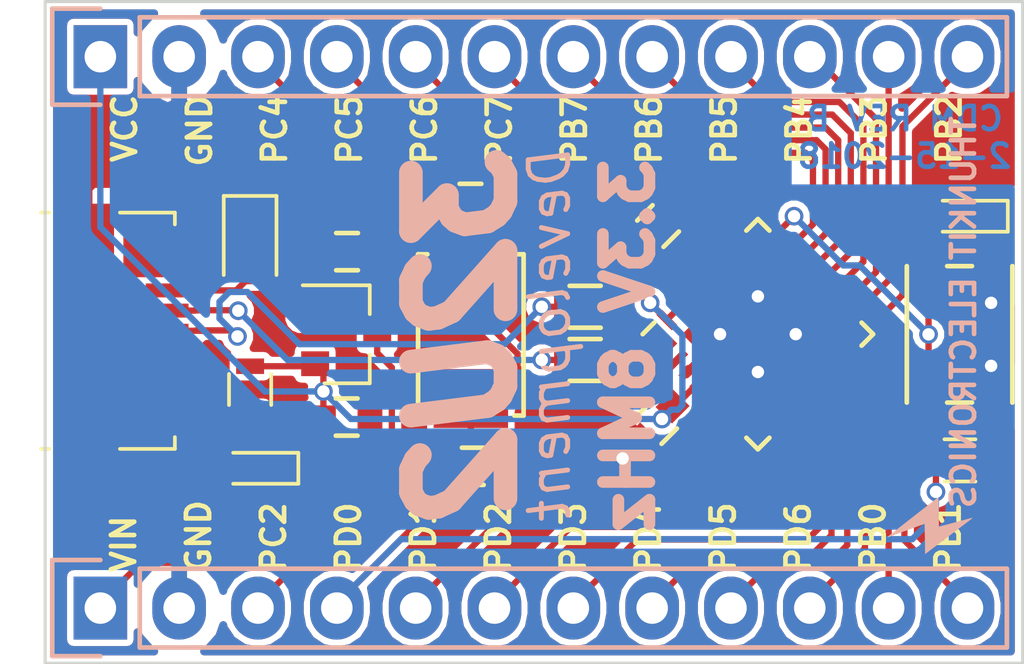
<source format=kicad_pcb>
(kicad_pcb (version 4) (host pcbnew 4.0.5+dfsg1-4)

  (general
    (links 72)
    (no_connects 0)
    (area 128.8466 89.653147 167.5874 118.023662)
    (thickness 1.6)
    (drawings 18)
    (tracks 269)
    (zones 0)
    (modules 21)
    (nets 35)
  )

  (page A4)
  (title_block
    (title "ATMEGA32U2 DEVELOPMENT")
    (date 2017-09-17)
    (rev A)
    (company "UNIVERSITY OF TOLEDO ROCKETRY CLUB")
  )

  (layers
    (0 F.Cu signal)
    (31 B.Cu signal)
    (32 B.Adhes user)
    (33 F.Adhes user)
    (34 B.Paste user)
    (35 F.Paste user)
    (36 B.SilkS user)
    (37 F.SilkS user)
    (38 B.Mask user)
    (39 F.Mask user)
    (40 Dwgs.User user)
    (41 Cmts.User user)
    (42 Eco1.User user)
    (43 Eco2.User user)
    (44 Edge.Cuts user)
    (45 Margin user)
    (46 B.CrtYd user)
    (47 F.CrtYd user)
    (48 B.Fab user hide)
    (49 F.Fab user hide)
  )

  (setup
    (last_trace_width 0.2032)
    (trace_clearance 0.1524)
    (zone_clearance 0.2032)
    (zone_45_only no)
    (trace_min 0.1524)
    (segment_width 0.2)
    (edge_width 0.1)
    (via_size 0.6)
    (via_drill 0.4)
    (via_min_size 0.4)
    (via_min_drill 0.3)
    (uvia_size 0.3)
    (uvia_drill 0.1)
    (uvias_allowed no)
    (uvia_min_size 0)
    (uvia_min_drill 0)
    (pcb_text_width 0.3)
    (pcb_text_size 1.5 1.5)
    (mod_edge_width 0.15)
    (mod_text_size 1 1)
    (mod_text_width 0.15)
    (pad_size 2.375 1.9)
    (pad_drill 0)
    (pad_to_mask_clearance 0.05)
    (aux_axis_origin 0 0)
    (visible_elements FFFEFFFF)
    (pcbplotparams
      (layerselection 0x010f0_80000001)
      (usegerberextensions true)
      (excludeedgelayer true)
      (linewidth 0.100000)
      (plotframeref false)
      (viasonmask false)
      (mode 1)
      (useauxorigin false)
      (hpglpennumber 1)
      (hpglpenspeed 20)
      (hpglpendiameter 15)
      (hpglpenoverlay 2)
      (psnegative false)
      (psa4output false)
      (plotreference true)
      (plotvalue true)
      (plotinvisibletext false)
      (padsonsilk false)
      (subtractmaskfromsilk false)
      (outputformat 1)
      (mirror false)
      (drillshape 0)
      (scaleselection 1)
      (outputdirectory "ATMEGA32U2 DEV REV A GERBER"))
  )

  (net 0 "")
  (net 1 "Net-(C1-Pad1)")
  (net 2 GND)
  (net 3 "Net-(C2-Pad1)")
  (net 4 "Net-(C3-Pad2)")
  (net 5 VCC)
  (net 6 +5V)
  (net 7 "Net-(P1-Pad2)")
  (net 8 "Net-(P1-Pad3)")
  (net 9 PB3)
  (net 10 PB1)
  (net 11 PB2)
  (net 12 PC2)
  (net 13 PD0)
  (net 14 PD1)
  (net 15 PD2)
  (net 16 PD3)
  (net 17 PD4)
  (net 18 PD5)
  (net 19 PD6)
  (net 20 PB0)
  (net 21 PC4)
  (net 22 PC5)
  (net 23 PC6)
  (net 24 PC7)
  (net 25 PB7)
  (net 26 PB6)
  (net 27 PB5)
  (net 28 PB4)
  (net 29 "Net-(R1-Pad1)")
  (net 30 "Net-(R2-Pad1)")
  (net 31 "Net-(D1-Pad2)")
  (net 32 "Net-(D2-Pad2)")
  (net 33 "Net-(D3-Pad2)")
  (net 34 "Net-(SW1-Pad2)")

  (net_class Default "This is the default net class."
    (clearance 0.1524)
    (trace_width 0.2032)
    (via_dia 0.6)
    (via_drill 0.4)
    (uvia_dia 0.3)
    (uvia_drill 0.1)
    (add_net +5V)
    (add_net GND)
    (add_net "Net-(C1-Pad1)")
    (add_net "Net-(C2-Pad1)")
    (add_net "Net-(C3-Pad2)")
    (add_net "Net-(D1-Pad2)")
    (add_net "Net-(D2-Pad2)")
    (add_net "Net-(D3-Pad2)")
    (add_net "Net-(P1-Pad2)")
    (add_net "Net-(P1-Pad3)")
    (add_net "Net-(R1-Pad1)")
    (add_net "Net-(R2-Pad1)")
    (add_net "Net-(SW1-Pad2)")
    (add_net PB0)
    (add_net PB1)
    (add_net PB2)
    (add_net PB3)
    (add_net PB4)
    (add_net PB5)
    (add_net PB6)
    (add_net PB7)
    (add_net PC2)
    (add_net PC4)
    (add_net PC5)
    (add_net PC6)
    (add_net PC7)
    (add_net PD0)
    (add_net PD1)
    (add_net PD2)
    (add_net PD3)
    (add_net PD4)
    (add_net PD5)
    (add_net PD6)
    (add_net VCC)
  )

  (module Capacitors_SMD:C_0603 (layer F.Cu) (tedit 59A820D7) (tstamp 59A84119)
    (at 142.8115 106.807)
    (descr "Capacitor SMD 0603, reflow soldering, AVX (see smccp.pdf)")
    (tags "capacitor 0603")
    (path /59A5C689)
    (attr smd)
    (fp_text reference C6 (at 0 -1.9) (layer F.SilkS) hide
      (effects (font (size 1 1) (thickness 0.15)))
    )
    (fp_text value 1uF (at 0 1.9) (layer F.Fab)
      (effects (font (size 1 1) (thickness 0.15)))
    )
    (fp_line (start -0.8 0.4) (end -0.8 -0.4) (layer F.Fab) (width 0.15))
    (fp_line (start 0.8 0.4) (end -0.8 0.4) (layer F.Fab) (width 0.15))
    (fp_line (start 0.8 -0.4) (end 0.8 0.4) (layer F.Fab) (width 0.15))
    (fp_line (start -0.8 -0.4) (end 0.8 -0.4) (layer F.Fab) (width 0.15))
    (fp_line (start -1.45 -0.75) (end 1.45 -0.75) (layer F.CrtYd) (width 0.05))
    (fp_line (start -1.45 0.75) (end 1.45 0.75) (layer F.CrtYd) (width 0.05))
    (fp_line (start -1.45 -0.75) (end -1.45 0.75) (layer F.CrtYd) (width 0.05))
    (fp_line (start 1.45 -0.75) (end 1.45 0.75) (layer F.CrtYd) (width 0.05))
    (fp_line (start -0.35 -0.6) (end 0.35 -0.6) (layer F.SilkS) (width 0.15))
    (fp_line (start 0.35 0.6) (end -0.35 0.6) (layer F.SilkS) (width 0.15))
    (pad 1 smd rect (at -0.75 0) (size 0.8 0.75) (layers F.Cu F.Paste F.Mask)
      (net 5 VCC))
    (pad 2 smd rect (at 0.75 0) (size 0.8 0.75) (layers F.Cu F.Paste F.Mask)
      (net 2 GND))
    (model Capacitors_SMD.3dshapes/C_0603.wrl
      (at (xyz 0 0 0))
      (scale (xyz 1 1 1))
      (rotate (xyz 0 0 0))
    )
  )

  (module Resistors_SMD:R_0603 (layer F.Cu) (tedit 59A8211D) (tstamp 59A8410A)
    (at 150.495 103.251 180)
    (descr "Resistor SMD 0603, reflow soldering, Vishay (see dcrcw.pdf)")
    (tags "resistor 0603")
    (path /59926411)
    (attr smd)
    (fp_text reference R1 (at 0 -1.9 180) (layer F.SilkS) hide
      (effects (font (size 1 1) (thickness 0.15)))
    )
    (fp_text value 22 (at 0 1.9 180) (layer F.Fab)
      (effects (font (size 1 1) (thickness 0.15)))
    )
    (fp_line (start -0.8 0.4) (end -0.8 -0.4) (layer F.Fab) (width 0.1))
    (fp_line (start 0.8 0.4) (end -0.8 0.4) (layer F.Fab) (width 0.1))
    (fp_line (start 0.8 -0.4) (end 0.8 0.4) (layer F.Fab) (width 0.1))
    (fp_line (start -0.8 -0.4) (end 0.8 -0.4) (layer F.Fab) (width 0.1))
    (fp_line (start -1.3 -0.8) (end 1.3 -0.8) (layer F.CrtYd) (width 0.05))
    (fp_line (start -1.3 0.8) (end 1.3 0.8) (layer F.CrtYd) (width 0.05))
    (fp_line (start -1.3 -0.8) (end -1.3 0.8) (layer F.CrtYd) (width 0.05))
    (fp_line (start 1.3 -0.8) (end 1.3 0.8) (layer F.CrtYd) (width 0.05))
    (fp_line (start 0.5 0.675) (end -0.5 0.675) (layer F.SilkS) (width 0.15))
    (fp_line (start -0.5 -0.675) (end 0.5 -0.675) (layer F.SilkS) (width 0.15))
    (pad 1 smd rect (at -0.75 0 180) (size 0.5 0.9) (layers F.Cu F.Paste F.Mask)
      (net 29 "Net-(R1-Pad1)"))
    (pad 2 smd rect (at 0.75 0 180) (size 0.5 0.9) (layers F.Cu F.Paste F.Mask)
      (net 8 "Net-(P1-Pad3)"))
    (model Resistors_SMD.3dshapes/R_0603.wrl
      (at (xyz 0 0 0))
      (scale (xyz 1 1 1))
      (rotate (xyz 0 0 0))
    )
  )

  (module Resistors_SMD:R_0603 (layer F.Cu) (tedit 59A82117) (tstamp 59A840E2)
    (at 150.495 104.9655 180)
    (descr "Resistor SMD 0603, reflow soldering, Vishay (see dcrcw.pdf)")
    (tags "resistor 0603")
    (path /5992635E)
    (attr smd)
    (fp_text reference R2 (at 0 -1.9 180) (layer F.SilkS) hide
      (effects (font (size 1 1) (thickness 0.15)))
    )
    (fp_text value 22 (at 0 1.9 180) (layer F.Fab)
      (effects (font (size 1 1) (thickness 0.15)))
    )
    (fp_line (start -0.8 0.4) (end -0.8 -0.4) (layer F.Fab) (width 0.1))
    (fp_line (start 0.8 0.4) (end -0.8 0.4) (layer F.Fab) (width 0.1))
    (fp_line (start 0.8 -0.4) (end 0.8 0.4) (layer F.Fab) (width 0.1))
    (fp_line (start -0.8 -0.4) (end 0.8 -0.4) (layer F.Fab) (width 0.1))
    (fp_line (start -1.3 -0.8) (end 1.3 -0.8) (layer F.CrtYd) (width 0.05))
    (fp_line (start -1.3 0.8) (end 1.3 0.8) (layer F.CrtYd) (width 0.05))
    (fp_line (start -1.3 -0.8) (end -1.3 0.8) (layer F.CrtYd) (width 0.05))
    (fp_line (start 1.3 -0.8) (end 1.3 0.8) (layer F.CrtYd) (width 0.05))
    (fp_line (start 0.5 0.675) (end -0.5 0.675) (layer F.SilkS) (width 0.15))
    (fp_line (start -0.5 -0.675) (end 0.5 -0.675) (layer F.SilkS) (width 0.15))
    (pad 1 smd rect (at -0.75 0 180) (size 0.5 0.9) (layers F.Cu F.Paste F.Mask)
      (net 30 "Net-(R2-Pad1)"))
    (pad 2 smd rect (at 0.75 0 180) (size 0.5 0.9) (layers F.Cu F.Paste F.Mask)
      (net 7 "Net-(P1-Pad2)"))
    (model Resistors_SMD.3dshapes/R_0603.wrl
      (at (xyz 0 0 0))
      (scale (xyz 1 1 1))
      (rotate (xyz 0 0 0))
    )
  )

  (module Capacitors_SMD:C_0603 (layer F.Cu) (tedit 59A82124) (tstamp 59A840BA)
    (at 142.8235 101.473 180)
    (descr "Capacitor SMD 0603, reflow soldering, AVX (see smccp.pdf)")
    (tags "capacitor 0603")
    (path /59A5C5E6)
    (attr smd)
    (fp_text reference C5 (at 0 -1.9 180) (layer F.SilkS) hide
      (effects (font (size 1 1) (thickness 0.15)))
    )
    (fp_text value 1uF (at 0 1.9 180) (layer F.Fab)
      (effects (font (size 1 1) (thickness 0.15)))
    )
    (fp_line (start -0.8 0.4) (end -0.8 -0.4) (layer F.Fab) (width 0.15))
    (fp_line (start 0.8 0.4) (end -0.8 0.4) (layer F.Fab) (width 0.15))
    (fp_line (start 0.8 -0.4) (end 0.8 0.4) (layer F.Fab) (width 0.15))
    (fp_line (start -0.8 -0.4) (end 0.8 -0.4) (layer F.Fab) (width 0.15))
    (fp_line (start -1.45 -0.75) (end 1.45 -0.75) (layer F.CrtYd) (width 0.05))
    (fp_line (start -1.45 0.75) (end 1.45 0.75) (layer F.CrtYd) (width 0.05))
    (fp_line (start -1.45 -0.75) (end -1.45 0.75) (layer F.CrtYd) (width 0.05))
    (fp_line (start 1.45 -0.75) (end 1.45 0.75) (layer F.CrtYd) (width 0.05))
    (fp_line (start -0.35 -0.6) (end 0.35 -0.6) (layer F.SilkS) (width 0.15))
    (fp_line (start 0.35 0.6) (end -0.35 0.6) (layer F.SilkS) (width 0.15))
    (pad 1 smd rect (at -0.75 0 180) (size 0.8 0.75) (layers F.Cu F.Paste F.Mask)
      (net 6 +5V))
    (pad 2 smd rect (at 0.75 0 180) (size 0.8 0.75) (layers F.Cu F.Paste F.Mask)
      (net 2 GND))
    (model Capacitors_SMD.3dshapes/C_0603.wrl
      (at (xyz 0 0 0))
      (scale (xyz 1 1 1))
      (rotate (xyz 0 0 0))
    )
  )

  (module Capacitors_SMD:C_0603 (layer F.Cu) (tedit 59A82104) (tstamp 59A840AB)
    (at 146.8 99.8855 180)
    (descr "Capacitor SMD 0603, reflow soldering, AVX (see smccp.pdf)")
    (tags "capacitor 0603")
    (path /599267C1)
    (attr smd)
    (fp_text reference C1 (at 0 -1.9 180) (layer F.SilkS) hide
      (effects (font (size 1 1) (thickness 0.15)))
    )
    (fp_text value C (at 0 1.9 180) (layer F.Fab)
      (effects (font (size 1 1) (thickness 0.15)))
    )
    (fp_line (start -0.8 0.4) (end -0.8 -0.4) (layer F.Fab) (width 0.15))
    (fp_line (start 0.8 0.4) (end -0.8 0.4) (layer F.Fab) (width 0.15))
    (fp_line (start 0.8 -0.4) (end 0.8 0.4) (layer F.Fab) (width 0.15))
    (fp_line (start -0.8 -0.4) (end 0.8 -0.4) (layer F.Fab) (width 0.15))
    (fp_line (start -1.45 -0.75) (end 1.45 -0.75) (layer F.CrtYd) (width 0.05))
    (fp_line (start -1.45 0.75) (end 1.45 0.75) (layer F.CrtYd) (width 0.05))
    (fp_line (start -1.45 -0.75) (end -1.45 0.75) (layer F.CrtYd) (width 0.05))
    (fp_line (start 1.45 -0.75) (end 1.45 0.75) (layer F.CrtYd) (width 0.05))
    (fp_line (start -0.35 -0.6) (end 0.35 -0.6) (layer F.SilkS) (width 0.15))
    (fp_line (start 0.35 0.6) (end -0.35 0.6) (layer F.SilkS) (width 0.15))
    (pad 1 smd rect (at -0.75 0 180) (size 0.8 0.75) (layers F.Cu F.Paste F.Mask)
      (net 1 "Net-(C1-Pad1)"))
    (pad 2 smd rect (at 0.75 0 180) (size 0.8 0.75) (layers F.Cu F.Paste F.Mask)
      (net 2 GND))
    (model Capacitors_SMD.3dshapes/C_0603.wrl
      (at (xyz 0 0 0))
      (scale (xyz 1 1 1))
      (rotate (xyz 0 0 0))
    )
  )

  (module Capacitors_SMD:C_0603 (layer F.Cu) (tedit 59A82110) (tstamp 59A8409C)
    (at 146.8755 108.3945 180)
    (descr "Capacitor SMD 0603, reflow soldering, AVX (see smccp.pdf)")
    (tags "capacitor 0603")
    (path /5992679C)
    (attr smd)
    (fp_text reference C2 (at 0 -1.9 180) (layer F.SilkS) hide
      (effects (font (size 1 1) (thickness 0.15)))
    )
    (fp_text value C (at 0 1.9 180) (layer F.Fab)
      (effects (font (size 1 1) (thickness 0.15)))
    )
    (fp_line (start -0.8 0.4) (end -0.8 -0.4) (layer F.Fab) (width 0.15))
    (fp_line (start 0.8 0.4) (end -0.8 0.4) (layer F.Fab) (width 0.15))
    (fp_line (start 0.8 -0.4) (end 0.8 0.4) (layer F.Fab) (width 0.15))
    (fp_line (start -0.8 -0.4) (end 0.8 -0.4) (layer F.Fab) (width 0.15))
    (fp_line (start -1.45 -0.75) (end 1.45 -0.75) (layer F.CrtYd) (width 0.05))
    (fp_line (start -1.45 0.75) (end 1.45 0.75) (layer F.CrtYd) (width 0.05))
    (fp_line (start -1.45 -0.75) (end -1.45 0.75) (layer F.CrtYd) (width 0.05))
    (fp_line (start 1.45 -0.75) (end 1.45 0.75) (layer F.CrtYd) (width 0.05))
    (fp_line (start -0.35 -0.6) (end 0.35 -0.6) (layer F.SilkS) (width 0.15))
    (fp_line (start 0.35 0.6) (end -0.35 0.6) (layer F.SilkS) (width 0.15))
    (pad 1 smd rect (at -0.75 0 180) (size 0.8 0.75) (layers F.Cu F.Paste F.Mask)
      (net 3 "Net-(C2-Pad1)"))
    (pad 2 smd rect (at 0.75 0 180) (size 0.8 0.75) (layers F.Cu F.Paste F.Mask)
      (net 2 GND))
    (model Capacitors_SMD.3dshapes/C_0603.wrl
      (at (xyz 0 0 0))
      (scale (xyz 1 1 1))
      (rotate (xyz 0 0 0))
    )
  )

  (module Crystals:ABM3 (layer F.Cu) (tedit 59A8210A) (tstamp 59A84064)
    (at 146.812 104.158 270)
    (descr "Abracon Miniature Ceramic Smd Crystal http://www.abracon.com/Resonators/abm3.pdf")
    (tags "smd crystal")
    (path /59A5A996)
    (attr smd)
    (fp_text reference Y1 (at 0 -3 270) (layer F.SilkS) hide
      (effects (font (size 1 1) (thickness 0.15)))
    )
    (fp_text value 8MHz (at 0 3 270) (layer F.Fab)
      (effects (font (size 1 1) (thickness 0.15)))
    )
    (fp_line (start -3.5 2.1) (end -3.5 -2.1) (layer F.CrtYd) (width 0.05))
    (fp_line (start 3.5 2.1) (end -3.5 2.1) (layer F.CrtYd) (width 0.05))
    (fp_line (start 3.5 -2.1) (end 3.5 2.1) (layer F.CrtYd) (width 0.05))
    (fp_line (start -3.5 -2.1) (end 3.5 -2.1) (layer F.CrtYd) (width 0.05))
    (fp_line (start 2.6 1.7) (end 2.6 1.4) (layer F.SilkS) (width 0.15))
    (fp_line (start -2.6 1.7) (end -2.6 1.4) (layer F.SilkS) (width 0.15))
    (fp_line (start -2.6 -1.7) (end -2.6 -1.4) (layer F.SilkS) (width 0.15))
    (fp_line (start 2.6 -1.7) (end 2.6 -1.4) (layer F.SilkS) (width 0.15))
    (fp_line (start -2.6 -1.7) (end 2.6 -1.7) (layer F.SilkS) (width 0.15))
    (fp_line (start -2.6 1.7) (end 2.6 1.7) (layer F.SilkS) (width 0.15))
    (pad 2 smd rect (at 2.05 0 270) (size 1.9 2.4) (layers F.Cu F.Paste F.Mask)
      (net 3 "Net-(C2-Pad1)"))
    (pad 1 smd rect (at -2.05 0 270) (size 1.9 2.4) (layers F.Cu F.Paste F.Mask)
      (net 1 "Net-(C1-Pad1)"))
  )

  (module Capacitors_SMD:C_0603 (layer F.Cu) (tedit 59A820EB) (tstamp 59A84055)
    (at 152.781 106.9975 45)
    (descr "Capacitor SMD 0603, reflow soldering, AVX (see smccp.pdf)")
    (tags "capacitor 0603")
    (path /59926115)
    (attr smd)
    (fp_text reference C4 (at 0 -1.9 45) (layer F.SilkS) hide
      (effects (font (size 1 1) (thickness 0.15)))
    )
    (fp_text value 1uF (at 0 1.9 45) (layer F.Fab)
      (effects (font (size 1 1) (thickness 0.15)))
    )
    (fp_line (start -0.8 0.4) (end -0.8 -0.4) (layer F.Fab) (width 0.15))
    (fp_line (start 0.8 0.4) (end -0.8 0.4) (layer F.Fab) (width 0.15))
    (fp_line (start 0.8 -0.4) (end 0.8 0.4) (layer F.Fab) (width 0.15))
    (fp_line (start -0.8 -0.4) (end 0.8 -0.4) (layer F.Fab) (width 0.15))
    (fp_line (start -1.45 -0.75) (end 1.45 -0.75) (layer F.CrtYd) (width 0.05))
    (fp_line (start -1.45 0.75) (end 1.45 0.75) (layer F.CrtYd) (width 0.05))
    (fp_line (start -1.45 -0.75) (end -1.45 0.75) (layer F.CrtYd) (width 0.05))
    (fp_line (start 1.45 -0.75) (end 1.45 0.75) (layer F.CrtYd) (width 0.05))
    (fp_line (start -0.35 -0.6) (end 0.35 -0.6) (layer F.SilkS) (width 0.15))
    (fp_line (start 0.35 0.6) (end -0.35 0.6) (layer F.SilkS) (width 0.15))
    (pad 1 smd rect (at -0.75 0 45) (size 0.8 0.75) (layers F.Cu F.Paste F.Mask)
      (net 2 GND))
    (pad 2 smd rect (at 0.75 0 45) (size 0.8 0.75) (layers F.Cu F.Paste F.Mask)
      (net 5 VCC))
    (model Capacitors_SMD.3dshapes/C_0603.wrl
      (at (xyz 0 0 0))
      (scale (xyz 1 1 1))
      (rotate (xyz 0 0 0))
    )
  )

  (module Housings_DFN_QFN:QFN-32-1EP_5x5mm_Pitch0.5mm (layer F.Cu) (tedit 59A82CEF) (tstamp 59A8401E)
    (at 156.06132 104.134233 45)
    (descr "UH Package; 32-Lead Plastic QFN (5mm x 5mm); (see Linear Technology QFN_32_05-08-1693.pdf)")
    (tags "QFN 0.5")
    (path /5990A9F3)
    (attr smd)
    (fp_text reference U1 (at 0 -3.75 45) (layer F.SilkS) hide
      (effects (font (size 1 1) (thickness 0.15)))
    )
    (fp_text value ATMEGA32U2 (at 0 3.75 45) (layer F.Fab)
      (effects (font (size 1 1) (thickness 0.15)))
    )
    (fp_line (start -1.5 -2.5) (end 2.5 -2.5) (layer F.Fab) (width 0.15))
    (fp_line (start 2.5 -2.5) (end 2.5 2.5) (layer F.Fab) (width 0.15))
    (fp_line (start 2.5 2.5) (end -2.5 2.5) (layer F.Fab) (width 0.15))
    (fp_line (start -2.5 2.5) (end -2.5 -1.5) (layer F.Fab) (width 0.15))
    (fp_line (start -2.5 -1.5) (end -1.5 -2.5) (layer F.Fab) (width 0.15))
    (fp_line (start -3 -3) (end -3 3) (layer F.CrtYd) (width 0.05))
    (fp_line (start 3 -3) (end 3 3) (layer F.CrtYd) (width 0.05))
    (fp_line (start -3 -3) (end 3 -3) (layer F.CrtYd) (width 0.05))
    (fp_line (start -3 3) (end 3 3) (layer F.CrtYd) (width 0.05))
    (fp_line (start 2.625 -2.625) (end 2.625 -2.1) (layer F.SilkS) (width 0.15))
    (fp_line (start -2.625 2.625) (end -2.625 2.1) (layer F.SilkS) (width 0.15))
    (fp_line (start 2.625 2.625) (end 2.625 2.1) (layer F.SilkS) (width 0.15))
    (fp_line (start -2.625 -2.625) (end -2.1 -2.625) (layer F.SilkS) (width 0.15))
    (fp_line (start -2.625 2.625) (end -2.1 2.625) (layer F.SilkS) (width 0.15))
    (fp_line (start 2.625 2.625) (end 2.1 2.625) (layer F.SilkS) (width 0.15))
    (fp_line (start 2.625 -2.625) (end 2.1 -2.625) (layer F.SilkS) (width 0.15))
    (pad 1 smd rect (at -2.4 -1.75 45) (size 0.7 0.25) (layers F.Cu F.Paste F.Mask)
      (net 1 "Net-(C1-Pad1)"))
    (pad 2 smd rect (at -2.4 -1.25 45) (size 0.7 0.25) (layers F.Cu F.Paste F.Mask)
      (net 3 "Net-(C2-Pad1)"))
    (pad 3 smd rect (at -2.4 -0.75 45) (size 0.7 0.25) (layers F.Cu F.Paste F.Mask)
      (net 2 GND))
    (pad 4 smd rect (at -2.4 -0.25 45) (size 0.7 0.25) (layers F.Cu F.Paste F.Mask)
      (net 5 VCC))
    (pad 5 smd rect (at -2.4 0.25 45) (size 0.7 0.25) (layers F.Cu F.Paste F.Mask)
      (net 12 PC2))
    (pad 6 smd rect (at -2.4 0.75 45) (size 0.7 0.25) (layers F.Cu F.Paste F.Mask)
      (net 13 PD0))
    (pad 7 smd rect (at -2.4 1.25 45) (size 0.7 0.25) (layers F.Cu F.Paste F.Mask)
      (net 14 PD1))
    (pad 8 smd rect (at -2.4 1.75 45) (size 0.7 0.25) (layers F.Cu F.Paste F.Mask)
      (net 15 PD2))
    (pad 9 smd rect (at -1.75 2.4 135) (size 0.7 0.25) (layers F.Cu F.Paste F.Mask)
      (net 16 PD3))
    (pad 10 smd rect (at -1.25 2.4 135) (size 0.7 0.25) (layers F.Cu F.Paste F.Mask)
      (net 17 PD4))
    (pad 11 smd rect (at -0.75 2.4 135) (size 0.7 0.25) (layers F.Cu F.Paste F.Mask)
      (net 18 PD5))
    (pad 12 smd rect (at -0.25 2.4 135) (size 0.7 0.25) (layers F.Cu F.Paste F.Mask)
      (net 19 PD6))
    (pad 13 smd rect (at 0.25 2.4 135) (size 0.7 0.25) (layers F.Cu F.Paste F.Mask)
      (net 2 GND))
    (pad 14 smd rect (at 0.75 2.4 135) (size 0.7 0.25) (layers F.Cu F.Paste F.Mask)
      (net 20 PB0))
    (pad 15 smd rect (at 1.25 2.4 135) (size 0.7 0.25) (layers F.Cu F.Paste F.Mask)
      (net 10 PB1))
    (pad 16 smd rect (at 1.75 2.4 135) (size 0.7 0.25) (layers F.Cu F.Paste F.Mask)
      (net 11 PB2))
    (pad 17 smd rect (at 2.4 1.75 45) (size 0.7 0.25) (layers F.Cu F.Paste F.Mask)
      (net 9 PB3))
    (pad 18 smd rect (at 2.4 1.25 45) (size 0.7 0.25) (layers F.Cu F.Paste F.Mask)
      (net 28 PB4))
    (pad 19 smd rect (at 2.4 0.75 45) (size 0.7 0.25) (layers F.Cu F.Paste F.Mask)
      (net 27 PB5))
    (pad 20 smd rect (at 2.4 0.25 45) (size 0.7 0.25) (layers F.Cu F.Paste F.Mask)
      (net 26 PB6))
    (pad 21 smd rect (at 2.4 -0.25 45) (size 0.7 0.25) (layers F.Cu F.Paste F.Mask)
      (net 25 PB7))
    (pad 22 smd rect (at 2.4 -0.75 45) (size 0.7 0.25) (layers F.Cu F.Paste F.Mask)
      (net 24 PC7))
    (pad 23 smd rect (at 2.4 -1.25 45) (size 0.7 0.25) (layers F.Cu F.Paste F.Mask)
      (net 23 PC6))
    (pad 24 smd rect (at 2.4 -1.75 45) (size 0.7 0.25) (layers F.Cu F.Paste F.Mask)
      (net 34 "Net-(SW1-Pad2)"))
    (pad 25 smd rect (at 1.75 -2.4 135) (size 0.7 0.25) (layers F.Cu F.Paste F.Mask)
      (net 22 PC5))
    (pad 26 smd rect (at 1.25 -2.4 135) (size 0.7 0.25) (layers F.Cu F.Paste F.Mask)
      (net 21 PC4))
    (pad 27 smd rect (at 0.75 -2.4 135) (size 0.7 0.25) (layers F.Cu F.Paste F.Mask)
      (net 4 "Net-(C3-Pad2)"))
    (pad 28 smd rect (at 0.25 -2.4 135) (size 0.7 0.25) (layers F.Cu F.Paste F.Mask)
      (net 2 GND))
    (pad 29 smd rect (at -0.25 -2.4 135) (size 0.7 0.25) (layers F.Cu F.Paste F.Mask)
      (net 29 "Net-(R1-Pad1)"))
    (pad 30 smd rect (at -0.75 -2.4 135) (size 0.7 0.25) (layers F.Cu F.Paste F.Mask)
      (net 30 "Net-(R2-Pad1)"))
    (pad 31 smd rect (at -1.25 -2.4 135) (size 0.7 0.25) (layers F.Cu F.Paste F.Mask)
      (net 5 VCC))
    (pad 32 smd rect (at -1.75 -2.4 135) (size 0.7 0.25) (layers F.Cu F.Paste F.Mask)
      (net 5 VCC))
    (pad 3 smd rect (at 0.8625 0.8625 45) (size 1.725 1.725) (layers F.Cu F.Paste F.Mask)
      (net 2 GND) (solder_paste_margin_ratio -0.2))
    (pad 3 smd rect (at 0.8625 -0.8625 45) (size 1.725 1.725) (layers F.Cu F.Paste F.Mask)
      (net 2 GND) (solder_paste_margin_ratio -0.2))
    (pad 3 smd rect (at -0.8625 0.8625 45) (size 1.725 1.725) (layers F.Cu F.Paste F.Mask)
      (net 2 GND) (solder_paste_margin_ratio -0.2))
    (pad 3 smd rect (at -0.8625 -0.8625 45) (size 1.725 1.725) (layers F.Cu F.Paste F.Mask)
      (net 2 GND) (solder_paste_margin_ratio -0.2))
    (model Housings_DFN_QFN.3dshapes/QFN-32-1EP_5x5mm_Pitch0.5mm.wrl
      (at (xyz 0 0 0))
      (scale (xyz 1 1 1))
      (rotate (xyz 0 0 0))
    )
  )

  (module Capacitors_SMD:C_0603 (layer F.Cu) (tedit 59A820F1) (tstamp 59A8400F)
    (at 152.8445 100.6475 45)
    (descr "Capacitor SMD 0603, reflow soldering, AVX (see smccp.pdf)")
    (tags "capacitor 0603")
    (path /59926623)
    (attr smd)
    (fp_text reference C3 (at 0 -1.9 45) (layer F.SilkS) hide
      (effects (font (size 1 1) (thickness 0.15)))
    )
    (fp_text value C (at 0 1.9 45) (layer F.Fab)
      (effects (font (size 1 1) (thickness 0.15)))
    )
    (fp_line (start -0.8 0.4) (end -0.8 -0.4) (layer F.Fab) (width 0.15))
    (fp_line (start 0.8 0.4) (end -0.8 0.4) (layer F.Fab) (width 0.15))
    (fp_line (start 0.8 -0.4) (end 0.8 0.4) (layer F.Fab) (width 0.15))
    (fp_line (start -0.8 -0.4) (end 0.8 -0.4) (layer F.Fab) (width 0.15))
    (fp_line (start -1.45 -0.75) (end 1.45 -0.75) (layer F.CrtYd) (width 0.05))
    (fp_line (start -1.45 0.75) (end 1.45 0.75) (layer F.CrtYd) (width 0.05))
    (fp_line (start -1.45 -0.75) (end -1.45 0.75) (layer F.CrtYd) (width 0.05))
    (fp_line (start 1.45 -0.75) (end 1.45 0.75) (layer F.CrtYd) (width 0.05))
    (fp_line (start -0.35 -0.6) (end 0.35 -0.6) (layer F.SilkS) (width 0.15))
    (fp_line (start 0.35 0.6) (end -0.35 0.6) (layer F.SilkS) (width 0.15))
    (pad 1 smd rect (at -0.75 0 45) (size 0.8 0.75) (layers F.Cu F.Paste F.Mask)
      (net 2 GND))
    (pad 2 smd rect (at 0.75 0 45) (size 0.8 0.75) (layers F.Cu F.Paste F.Mask)
      (net 4 "Net-(C3-Pad2)"))
    (model Capacitors_SMD.3dshapes/C_0603.wrl
      (at (xyz 0 0 0))
      (scale (xyz 1 1 1))
      (rotate (xyz 0 0 0))
    )
  )

  (module Pin_Headers:Pin_Header_Straight_1x12 (layer B.Cu) (tedit 59BF2F45) (tstamp 59BF22A2)
    (at 134.874 95.1865 270)
    (descr "Through hole pin header")
    (tags "pin header")
    (path /59A88632)
    (fp_text reference P3 (at 0 5.1 270) (layer B.SilkS) hide
      (effects (font (size 1 1) (thickness 0.15)) (justify mirror))
    )
    (fp_text value "HEADER RIGHT" (at 0 3.1 270) (layer B.Fab)
      (effects (font (size 1 1) (thickness 0.15)) (justify mirror))
    )
    (fp_line (start -1.75 1.75) (end -1.75 -29.7) (layer B.CrtYd) (width 0.05))
    (fp_line (start 1.75 1.75) (end 1.75 -29.7) (layer B.CrtYd) (width 0.05))
    (fp_line (start -1.75 1.75) (end 1.75 1.75) (layer B.CrtYd) (width 0.05))
    (fp_line (start -1.75 -29.7) (end 1.75 -29.7) (layer B.CrtYd) (width 0.05))
    (fp_line (start 1.27 -1.27) (end 1.27 -29.21) (layer B.SilkS) (width 0.15))
    (fp_line (start 1.27 -29.21) (end -1.27 -29.21) (layer B.SilkS) (width 0.15))
    (fp_line (start -1.27 -29.21) (end -1.27 -1.27) (layer B.SilkS) (width 0.15))
    (fp_line (start 1.55 1.55) (end 1.55 0) (layer B.SilkS) (width 0.15))
    (fp_line (start 1.27 -1.27) (end -1.27 -1.27) (layer B.SilkS) (width 0.15))
    (fp_line (start -1.55 0) (end -1.55 1.55) (layer B.SilkS) (width 0.15))
    (fp_line (start -1.55 1.55) (end 1.55 1.55) (layer B.SilkS) (width 0.15))
    (pad 1 thru_hole rect (at 0 0 270) (size 2.032 1.7272) (drill 1.016) (layers *.Cu *.Mask)
      (net 5 VCC))
    (pad 2 thru_hole oval (at 0 -2.54 270) (size 2.032 1.7272) (drill 1.016) (layers *.Cu *.Mask)
      (net 2 GND))
    (pad 3 thru_hole oval (at 0 -5.08 270) (size 2.032 1.7272) (drill 1.016) (layers *.Cu *.Mask)
      (net 21 PC4))
    (pad 4 thru_hole oval (at 0 -7.62 270) (size 2.032 1.7272) (drill 1.016) (layers *.Cu *.Mask)
      (net 22 PC5))
    (pad 5 thru_hole oval (at 0 -10.16 270) (size 2.032 1.7272) (drill 1.016) (layers *.Cu *.Mask)
      (net 23 PC6))
    (pad 6 thru_hole oval (at 0 -12.7 270) (size 2.032 1.7272) (drill 1.016) (layers *.Cu *.Mask)
      (net 24 PC7))
    (pad 7 thru_hole oval (at 0 -15.24 270) (size 2.032 1.7272) (drill 1.016) (layers *.Cu *.Mask)
      (net 25 PB7))
    (pad 8 thru_hole oval (at 0 -17.78 270) (size 2.032 1.7272) (drill 1.016) (layers *.Cu *.Mask)
      (net 26 PB6))
    (pad 9 thru_hole oval (at 0 -20.32 270) (size 2.032 1.7272) (drill 1.016) (layers *.Cu *.Mask)
      (net 27 PB5))
    (pad 10 thru_hole oval (at 0 -22.86 270) (size 2.032 1.7272) (drill 1.016) (layers *.Cu *.Mask)
      (net 28 PB4))
    (pad 11 thru_hole oval (at 0 -25.4 270) (size 2.032 1.7272) (drill 1.016) (layers *.Cu *.Mask)
      (net 9 PB3))
    (pad 12 thru_hole oval (at 0 -27.94 270) (size 2.032 1.7272) (drill 1.016) (layers *.Cu *.Mask)
      (net 11 PB2))
    (model Pin_Headers.3dshapes/Pin_Header_Straight_1x12.wrl
      (at (xyz 0 -0.55 0))
      (scale (xyz 1 1 1))
      (rotate (xyz 0 0 90))
    )
  )

  (module Pin_Headers:Pin_Header_Straight_1x12 (layer B.Cu) (tedit 59BF2F42) (tstamp 59BF22B2)
    (at 134.874 112.9665 270)
    (descr "Through hole pin header")
    (tags "pin header")
    (path /59A88745)
    (fp_text reference P4 (at 0 5.1 270) (layer B.SilkS) hide
      (effects (font (size 1 1) (thickness 0.15)) (justify mirror))
    )
    (fp_text value "HEADER LEFT" (at 0 3.1 270) (layer B.Fab)
      (effects (font (size 1 1) (thickness 0.15)) (justify mirror))
    )
    (fp_line (start -1.75 1.75) (end -1.75 -29.7) (layer B.CrtYd) (width 0.05))
    (fp_line (start 1.75 1.75) (end 1.75 -29.7) (layer B.CrtYd) (width 0.05))
    (fp_line (start -1.75 1.75) (end 1.75 1.75) (layer B.CrtYd) (width 0.05))
    (fp_line (start -1.75 -29.7) (end 1.75 -29.7) (layer B.CrtYd) (width 0.05))
    (fp_line (start 1.27 -1.27) (end 1.27 -29.21) (layer B.SilkS) (width 0.15))
    (fp_line (start 1.27 -29.21) (end -1.27 -29.21) (layer B.SilkS) (width 0.15))
    (fp_line (start -1.27 -29.21) (end -1.27 -1.27) (layer B.SilkS) (width 0.15))
    (fp_line (start 1.55 1.55) (end 1.55 0) (layer B.SilkS) (width 0.15))
    (fp_line (start 1.27 -1.27) (end -1.27 -1.27) (layer B.SilkS) (width 0.15))
    (fp_line (start -1.55 0) (end -1.55 1.55) (layer B.SilkS) (width 0.15))
    (fp_line (start -1.55 1.55) (end 1.55 1.55) (layer B.SilkS) (width 0.15))
    (pad 1 thru_hole rect (at 0 0 270) (size 2.032 1.7272) (drill 1.016) (layers *.Cu *.Mask)
      (net 6 +5V))
    (pad 2 thru_hole oval (at 0 -2.54 270) (size 2.032 1.7272) (drill 1.016) (layers *.Cu *.Mask)
      (net 2 GND))
    (pad 3 thru_hole oval (at 0 -5.08 270) (size 2.032 1.7272) (drill 1.016) (layers *.Cu *.Mask)
      (net 12 PC2))
    (pad 4 thru_hole oval (at 0 -7.62 270) (size 2.032 1.7272) (drill 1.016) (layers *.Cu *.Mask)
      (net 13 PD0))
    (pad 5 thru_hole oval (at 0 -10.16 270) (size 2.032 1.7272) (drill 1.016) (layers *.Cu *.Mask)
      (net 14 PD1))
    (pad 6 thru_hole oval (at 0 -12.7 270) (size 2.032 1.7272) (drill 1.016) (layers *.Cu *.Mask)
      (net 15 PD2))
    (pad 7 thru_hole oval (at 0 -15.24 270) (size 2.032 1.7272) (drill 1.016) (layers *.Cu *.Mask)
      (net 16 PD3))
    (pad 8 thru_hole oval (at 0 -17.78 270) (size 2.032 1.7272) (drill 1.016) (layers *.Cu *.Mask)
      (net 17 PD4))
    (pad 9 thru_hole oval (at 0 -20.32 270) (size 2.032 1.7272) (drill 1.016) (layers *.Cu *.Mask)
      (net 18 PD5))
    (pad 10 thru_hole oval (at 0 -22.86 270) (size 2.032 1.7272) (drill 1.016) (layers *.Cu *.Mask)
      (net 19 PD6))
    (pad 11 thru_hole oval (at 0 -25.4 270) (size 2.032 1.7272) (drill 1.016) (layers *.Cu *.Mask)
      (net 20 PB0))
    (pad 12 thru_hole oval (at 0 -27.94 270) (size 2.032 1.7272) (drill 1.016) (layers *.Cu *.Mask)
      (net 10 PB1))
    (model Pin_Headers.3dshapes/Pin_Header_Straight_1x12.wrl
      (at (xyz 0 -0.55 0))
      (scale (xyz 1 1 1))
      (rotate (xyz 0 0 90))
    )
  )

  (module TO_SOT_Packages_SMD:SOT-23 (layer F.Cu) (tedit 59BF2AC1) (tstamp 59BF2ACC)
    (at 142.7955 104.1375)
    (descr "SOT-23, Standard")
    (tags SOT-23)
    (path /59BF31D0)
    (attr smd)
    (fp_text reference U2 (at 0 -2.5) (layer F.SilkS) hide
      (effects (font (size 1 1) (thickness 0.15)))
    )
    (fp_text value AP1117 (at 0 2.5) (layer F.Fab)
      (effects (font (size 1 1) (thickness 0.15)))
    )
    (fp_line (start 0.76 1.58) (end 0.76 0.65) (layer F.SilkS) (width 0.12))
    (fp_line (start 0.76 -1.58) (end 0.76 -0.65) (layer F.SilkS) (width 0.12))
    (fp_line (start 0.7 -1.52) (end 0.7 1.52) (layer F.Fab) (width 0.15))
    (fp_line (start -0.7 1.52) (end 0.7 1.52) (layer F.Fab) (width 0.15))
    (fp_line (start -1.7 -1.75) (end 1.7 -1.75) (layer F.CrtYd) (width 0.05))
    (fp_line (start 1.7 -1.75) (end 1.7 1.75) (layer F.CrtYd) (width 0.05))
    (fp_line (start 1.7 1.75) (end -1.7 1.75) (layer F.CrtYd) (width 0.05))
    (fp_line (start -1.7 1.75) (end -1.7 -1.75) (layer F.CrtYd) (width 0.05))
    (fp_line (start 0.76 -1.58) (end -1.4 -1.58) (layer F.SilkS) (width 0.12))
    (fp_line (start -0.7 -1.52) (end 0.7 -1.52) (layer F.Fab) (width 0.15))
    (fp_line (start -0.7 -1.52) (end -0.7 1.52) (layer F.Fab) (width 0.15))
    (fp_line (start 0.76 1.58) (end -0.7 1.58) (layer F.SilkS) (width 0.12))
    (pad 1 smd rect (at -1 -0.95) (size 0.9 0.8) (layers F.Cu F.Paste F.Mask)
      (net 2 GND))
    (pad 2 smd rect (at -1 0.95) (size 0.9 0.8) (layers F.Cu F.Paste F.Mask)
      (net 5 VCC))
    (pad 3 smd rect (at 1 0) (size 0.9 0.8) (layers F.Cu F.Paste F.Mask)
      (net 6 +5V))
    (model TO_SOT_Packages_SMD.3dshapes/SOT-23.wrl
      (at (xyz 0 0 0))
      (scale (xyz 1 1 1))
      (rotate (xyz 0 0 90))
    )
  )

  (module Diodes_SMD:D_SOD-323F (layer F.Cu) (tedit 5A862B23) (tstamp 5A862B35)
    (at 139.7 101.175999 270)
    (descr "SOD-323F http://www.nxp.com/documents/outline_drawing/SOD323F.pdf")
    (tags SOD-323F)
    (path /5A8624C9)
    (attr smd)
    (fp_text reference D1 (at 0 -1.85 270) (layer F.SilkS) hide
      (effects (font (size 1 1) (thickness 0.15)))
    )
    (fp_text value D_Schottky (at 0.1 1.9 270) (layer F.Fab)
      (effects (font (size 1 1) (thickness 0.15)))
    )
    (fp_text user %R (at 0 -1.85 270) (layer F.Fab)
      (effects (font (size 1 1) (thickness 0.15)))
    )
    (fp_line (start -1.5 -0.85) (end -1.5 0.85) (layer F.SilkS) (width 0.12))
    (fp_line (start 0.2 0) (end 0.45 0) (layer F.Fab) (width 0.1))
    (fp_line (start 0.2 0.35) (end -0.3 0) (layer F.Fab) (width 0.1))
    (fp_line (start 0.2 -0.35) (end 0.2 0.35) (layer F.Fab) (width 0.1))
    (fp_line (start -0.3 0) (end 0.2 -0.35) (layer F.Fab) (width 0.1))
    (fp_line (start -0.3 0) (end -0.5 0) (layer F.Fab) (width 0.1))
    (fp_line (start -0.3 -0.35) (end -0.3 0.35) (layer F.Fab) (width 0.1))
    (fp_line (start -0.9 0.7) (end -0.9 -0.7) (layer F.Fab) (width 0.1))
    (fp_line (start 0.9 0.7) (end -0.9 0.7) (layer F.Fab) (width 0.1))
    (fp_line (start 0.9 -0.7) (end 0.9 0.7) (layer F.Fab) (width 0.1))
    (fp_line (start -0.9 -0.7) (end 0.9 -0.7) (layer F.Fab) (width 0.1))
    (fp_line (start -1.6 -0.95) (end 1.6 -0.95) (layer F.CrtYd) (width 0.05))
    (fp_line (start 1.6 -0.95) (end 1.6 0.95) (layer F.CrtYd) (width 0.05))
    (fp_line (start -1.6 0.95) (end 1.6 0.95) (layer F.CrtYd) (width 0.05))
    (fp_line (start -1.6 -0.95) (end -1.6 0.95) (layer F.CrtYd) (width 0.05))
    (fp_line (start -1.5 0.85) (end 1.05 0.85) (layer F.SilkS) (width 0.12))
    (fp_line (start -1.5 -0.85) (end 1.05 -0.85) (layer F.SilkS) (width 0.12))
    (pad 1 smd rect (at -1.1 0 270) (size 0.5 0.5) (layers F.Cu F.Paste F.Mask)
      (net 6 +5V))
    (pad 2 smd rect (at 1.1 0 270) (size 0.5 0.5) (layers F.Cu F.Paste F.Mask)
      (net 31 "Net-(D1-Pad2)"))
    (model ${KISYS3DMOD}/Diodes_SMD.3dshapes/D_SOD-323F.wrl
      (at (xyz 0 0 0))
      (scale (xyz 1 1 1))
      (rotate (xyz 0 0 0))
    )
  )

  (module LEDs:LED_0603 (layer F.Cu) (tedit 5A862B0B) (tstamp 5A862B3B)
    (at 162.814 100.33 180)
    (descr "LED 0603 smd package")
    (tags "LED led 0603 SMD smd SMT smt smdled SMDLED smtled SMTLED")
    (path /5A862E05)
    (attr smd)
    (fp_text reference D2 (at 0 -1.25 180) (layer F.SilkS) hide
      (effects (font (size 1 1) (thickness 0.15)))
    )
    (fp_text value RED (at 0 1.35 180) (layer F.Fab)
      (effects (font (size 1 1) (thickness 0.15)))
    )
    (fp_line (start -1.3 -0.5) (end -1.3 0.5) (layer F.SilkS) (width 0.12))
    (fp_line (start -0.2 -0.2) (end -0.2 0.2) (layer F.Fab) (width 0.1))
    (fp_line (start -0.15 0) (end 0.15 -0.2) (layer F.Fab) (width 0.1))
    (fp_line (start 0.15 0.2) (end -0.15 0) (layer F.Fab) (width 0.1))
    (fp_line (start 0.15 -0.2) (end 0.15 0.2) (layer F.Fab) (width 0.1))
    (fp_line (start 0.8 0.4) (end -0.8 0.4) (layer F.Fab) (width 0.1))
    (fp_line (start 0.8 -0.4) (end 0.8 0.4) (layer F.Fab) (width 0.1))
    (fp_line (start -0.8 -0.4) (end 0.8 -0.4) (layer F.Fab) (width 0.1))
    (fp_line (start -0.8 0.4) (end -0.8 -0.4) (layer F.Fab) (width 0.1))
    (fp_line (start -1.3 0.5) (end 0.8 0.5) (layer F.SilkS) (width 0.12))
    (fp_line (start -1.3 -0.5) (end 0.8 -0.5) (layer F.SilkS) (width 0.12))
    (fp_line (start 1.45 -0.65) (end 1.45 0.65) (layer F.CrtYd) (width 0.05))
    (fp_line (start 1.45 0.65) (end -1.45 0.65) (layer F.CrtYd) (width 0.05))
    (fp_line (start -1.45 0.65) (end -1.45 -0.65) (layer F.CrtYd) (width 0.05))
    (fp_line (start -1.45 -0.65) (end 1.45 -0.65) (layer F.CrtYd) (width 0.05))
    (pad 2 smd rect (at 0.8 0) (size 0.8 0.8) (layers F.Cu F.Paste F.Mask)
      (net 32 "Net-(D2-Pad2)"))
    (pad 1 smd rect (at -0.8 0) (size 0.8 0.8) (layers F.Cu F.Paste F.Mask)
      (net 2 GND))
    (model ${KISYS3DMOD}/LEDs.3dshapes/LED_0603.wrl
      (at (xyz 0 0 0))
      (scale (xyz 1 1 1))
      (rotate (xyz 0 0 180))
    )
  )

  (module LEDs:LED_0603 (layer F.Cu) (tedit 5A862B35) (tstamp 5A862B41)
    (at 139.954 108.458 180)
    (descr "LED 0603 smd package")
    (tags "LED led 0603 SMD smd SMT smt smdled SMDLED smtled SMTLED")
    (path /5A8634F2)
    (attr smd)
    (fp_text reference D3 (at 0 -1.25 180) (layer F.SilkS) hide
      (effects (font (size 1 1) (thickness 0.15)))
    )
    (fp_text value RED (at 0 1.35 180) (layer F.Fab)
      (effects (font (size 1 1) (thickness 0.15)))
    )
    (fp_line (start -1.3 -0.5) (end -1.3 0.5) (layer F.SilkS) (width 0.12))
    (fp_line (start -0.2 -0.2) (end -0.2 0.2) (layer F.Fab) (width 0.1))
    (fp_line (start -0.15 0) (end 0.15 -0.2) (layer F.Fab) (width 0.1))
    (fp_line (start 0.15 0.2) (end -0.15 0) (layer F.Fab) (width 0.1))
    (fp_line (start 0.15 -0.2) (end 0.15 0.2) (layer F.Fab) (width 0.1))
    (fp_line (start 0.8 0.4) (end -0.8 0.4) (layer F.Fab) (width 0.1))
    (fp_line (start 0.8 -0.4) (end 0.8 0.4) (layer F.Fab) (width 0.1))
    (fp_line (start -0.8 -0.4) (end 0.8 -0.4) (layer F.Fab) (width 0.1))
    (fp_line (start -0.8 0.4) (end -0.8 -0.4) (layer F.Fab) (width 0.1))
    (fp_line (start -1.3 0.5) (end 0.8 0.5) (layer F.SilkS) (width 0.12))
    (fp_line (start -1.3 -0.5) (end 0.8 -0.5) (layer F.SilkS) (width 0.12))
    (fp_line (start 1.45 -0.65) (end 1.45 0.65) (layer F.CrtYd) (width 0.05))
    (fp_line (start 1.45 0.65) (end -1.45 0.65) (layer F.CrtYd) (width 0.05))
    (fp_line (start -1.45 0.65) (end -1.45 -0.65) (layer F.CrtYd) (width 0.05))
    (fp_line (start -1.45 -0.65) (end 1.45 -0.65) (layer F.CrtYd) (width 0.05))
    (pad 2 smd rect (at 0.8 0) (size 0.8 0.8) (layers F.Cu F.Paste F.Mask)
      (net 33 "Net-(D3-Pad2)"))
    (pad 1 smd rect (at -0.8 0) (size 0.8 0.8) (layers F.Cu F.Paste F.Mask)
      (net 2 GND))
    (model ${KISYS3DMOD}/LEDs.3dshapes/LED_0603.wrl
      (at (xyz 0 0 0))
      (scale (xyz 1 1 1))
      (rotate (xyz 0 0 180))
    )
  )

  (module Resistors_SMD:R_0603 (layer F.Cu) (tedit 5A862B31) (tstamp 5A862B47)
    (at 162.572 108.204)
    (descr "Resistor SMD 0603, reflow soldering, Vishay (see dcrcw.pdf)")
    (tags "resistor 0603")
    (path /5A862E7A)
    (attr smd)
    (fp_text reference R3 (at 0 -1.45) (layer F.SilkS) hide
      (effects (font (size 1 1) (thickness 0.15)))
    )
    (fp_text value 470 (at 0 1.5) (layer F.Fab)
      (effects (font (size 1 1) (thickness 0.15)))
    )
    (fp_text user %R (at 0 0) (layer F.Fab)
      (effects (font (size 0.4 0.4) (thickness 0.075)))
    )
    (fp_line (start -0.8 0.4) (end -0.8 -0.4) (layer F.Fab) (width 0.1))
    (fp_line (start 0.8 0.4) (end -0.8 0.4) (layer F.Fab) (width 0.1))
    (fp_line (start 0.8 -0.4) (end 0.8 0.4) (layer F.Fab) (width 0.1))
    (fp_line (start -0.8 -0.4) (end 0.8 -0.4) (layer F.Fab) (width 0.1))
    (fp_line (start 0.5 0.68) (end -0.5 0.68) (layer F.SilkS) (width 0.12))
    (fp_line (start -0.5 -0.68) (end 0.5 -0.68) (layer F.SilkS) (width 0.12))
    (fp_line (start -1.25 -0.7) (end 1.25 -0.7) (layer F.CrtYd) (width 0.05))
    (fp_line (start -1.25 -0.7) (end -1.25 0.7) (layer F.CrtYd) (width 0.05))
    (fp_line (start 1.25 0.7) (end 1.25 -0.7) (layer F.CrtYd) (width 0.05))
    (fp_line (start 1.25 0.7) (end -1.25 0.7) (layer F.CrtYd) (width 0.05))
    (pad 1 smd rect (at -0.75 0) (size 0.5 0.9) (layers F.Cu F.Paste F.Mask)
      (net 13 PD0))
    (pad 2 smd rect (at 0.75 0) (size 0.5 0.9) (layers F.Cu F.Paste F.Mask)
      (net 32 "Net-(D2-Pad2)"))
    (model ${KISYS3DMOD}/Resistors_SMD.3dshapes/R_0603.wrl
      (at (xyz 0 0 0))
      (scale (xyz 1 1 1))
      (rotate (xyz 0 0 0))
    )
  )

  (module Resistors_SMD:R_0603 (layer F.Cu) (tedit 5A862B41) (tstamp 5A862B4D)
    (at 139.7 105.918 90)
    (descr "Resistor SMD 0603, reflow soldering, Vishay (see dcrcw.pdf)")
    (tags "resistor 0603")
    (path /5A863597)
    (attr smd)
    (fp_text reference R4 (at 0 -1.45 90) (layer F.SilkS) hide
      (effects (font (size 1 1) (thickness 0.15)))
    )
    (fp_text value R (at 0 1.5 90) (layer F.Fab)
      (effects (font (size 1 1) (thickness 0.15)))
    )
    (fp_text user %R (at 0 0 90) (layer F.Fab)
      (effects (font (size 0.4 0.4) (thickness 0.075)))
    )
    (fp_line (start -0.8 0.4) (end -0.8 -0.4) (layer F.Fab) (width 0.1))
    (fp_line (start 0.8 0.4) (end -0.8 0.4) (layer F.Fab) (width 0.1))
    (fp_line (start 0.8 -0.4) (end 0.8 0.4) (layer F.Fab) (width 0.1))
    (fp_line (start -0.8 -0.4) (end 0.8 -0.4) (layer F.Fab) (width 0.1))
    (fp_line (start 0.5 0.68) (end -0.5 0.68) (layer F.SilkS) (width 0.12))
    (fp_line (start -0.5 -0.68) (end 0.5 -0.68) (layer F.SilkS) (width 0.12))
    (fp_line (start -1.25 -0.7) (end 1.25 -0.7) (layer F.CrtYd) (width 0.05))
    (fp_line (start -1.25 -0.7) (end -1.25 0.7) (layer F.CrtYd) (width 0.05))
    (fp_line (start 1.25 0.7) (end 1.25 -0.7) (layer F.CrtYd) (width 0.05))
    (fp_line (start 1.25 0.7) (end -1.25 0.7) (layer F.CrtYd) (width 0.05))
    (pad 1 smd rect (at -0.75 0 90) (size 0.5 0.9) (layers F.Cu F.Paste F.Mask)
      (net 33 "Net-(D3-Pad2)"))
    (pad 2 smd rect (at 0.75 0 90) (size 0.5 0.9) (layers F.Cu F.Paste F.Mask)
      (net 5 VCC))
    (model ${KISYS3DMOD}/Resistors_SMD.3dshapes/R_0603.wrl
      (at (xyz 0 0 0))
      (scale (xyz 1 1 1))
      (rotate (xyz 0 0 0))
    )
  )

  (module "MOD:PTS810 SJK 250 SMTR LFS" (layer F.Cu) (tedit 5A862B03) (tstamp 5A862B55)
    (at 162.56 104.14 270)
    (path /5A863D11)
    (fp_text reference SW1 (at 0 -3 270) (layer F.SilkS) hide
      (effects (font (size 1 1) (thickness 0.15)))
    )
    (fp_text value Push_SW (at 0 -4 270) (layer F.Fab)
      (effects (font (size 1 1) (thickness 0.15)))
    )
    (fp_line (start 2.2 0.4) (end 2.2 -0.4) (layer F.SilkS) (width 0.15))
    (fp_line (start -2.2 -1.7) (end 2.2 -1.7) (layer F.SilkS) (width 0.15))
    (fp_line (start -2.2 0.4) (end -2.2 -0.4) (layer F.SilkS) (width 0.15))
    (fp_line (start -2.2 1.7) (end 2.2 1.7) (layer F.SilkS) (width 0.15))
    (pad 1 smd rect (at -2 -1 270) (size 1.05 0.65) (layers F.Cu F.Paste F.Mask)
      (net 2 GND))
    (pad 1 smd rect (at 2 -1 270) (size 1.05 0.65) (layers F.Cu F.Paste F.Mask)
      (net 2 GND))
    (pad 2 smd rect (at -2 1 270) (size 1.05 0.65) (layers F.Cu F.Paste F.Mask)
      (net 34 "Net-(SW1-Pad2)"))
    (pad 2 smd rect (at 2 1 270) (size 1.05 0.65) (layers F.Cu F.Paste F.Mask)
      (net 34 "Net-(SW1-Pad2)"))
  )

  (module Connectors_USB:USB_Micro-B_Molex_47346-0001 (layer F.Cu) (tedit 5A862BD4) (tstamp 5A862C45)
    (at 134.366 104.024 270)
    (descr "Micro USB B receptable with flange, bottom-mount, SMD, right-angle (http://www.molex.com/pdm_docs/sd/473460001_sd.pdf)")
    (tags "Micro B USB SMD")
    (path /5990A97F)
    (attr smd)
    (fp_text reference P1 (at 0 -4.5 270) (layer F.SilkS) hide
      (effects (font (size 1 1) (thickness 0.15)))
    )
    (fp_text value USB_A (at 0 3.4 450) (layer F.Fab)
      (effects (font (size 1 1) (thickness 0.15)))
    )
    (fp_text user "PCB Edge" (at 0 1.47 450) (layer Dwgs.User)
      (effects (font (size 0.4 0.4) (thickness 0.04)))
    )
    (fp_text user %R (at 0 0 270) (layer F.Fab)
      (effects (font (size 1 1) (thickness 0.15)))
    )
    (fp_line (start 3.81 -2.91) (end 3.43 -2.91) (layer F.SilkS) (width 0.12))
    (fp_line (start 4.6 2.7) (end -4.6 2.7) (layer F.CrtYd) (width 0.05))
    (fp_line (start 4.6 -3.9) (end 4.6 2.7) (layer F.CrtYd) (width 0.05))
    (fp_line (start -4.6 -3.9) (end 4.6 -3.9) (layer F.CrtYd) (width 0.05))
    (fp_line (start -4.6 2.7) (end -4.6 -3.9) (layer F.CrtYd) (width 0.05))
    (fp_line (start 3.75 2.15) (end -3.75 2.15) (layer F.Fab) (width 0.1))
    (fp_line (start 3.75 -2.85) (end 3.75 2.15) (layer F.Fab) (width 0.1))
    (fp_line (start -3.75 -2.85) (end 3.75 -2.85) (layer F.Fab) (width 0.1))
    (fp_line (start -3.75 2.15) (end -3.75 -2.85) (layer F.Fab) (width 0.1))
    (fp_line (start 3.81 1.14) (end 3.81 1.4) (layer F.SilkS) (width 0.12))
    (fp_line (start 3.81 -2.91) (end 3.81 -1.14) (layer F.SilkS) (width 0.12))
    (fp_line (start -3.81 -2.91) (end -3.43 -2.91) (layer F.SilkS) (width 0.12))
    (fp_line (start -3.81 -1.14) (end -3.81 -2.91) (layer F.SilkS) (width 0.12))
    (fp_line (start -3.81 1.4) (end -3.81 1.14) (layer F.SilkS) (width 0.12))
    (fp_line (start -3.25 1.45) (end 3.25 1.45) (layer F.Fab) (width 0.1))
    (pad 1 smd rect (at -1.3 -2.66 270) (size 0.45 1.38) (layers F.Cu F.Paste F.Mask)
      (net 31 "Net-(D1-Pad2)"))
    (pad 2 smd rect (at -0.65 -2.66 270) (size 0.45 1.38) (layers F.Cu F.Paste F.Mask)
      (net 7 "Net-(P1-Pad2)"))
    (pad 3 smd rect (at 0 -2.66 270) (size 0.45 1.38) (layers F.Cu F.Paste F.Mask)
      (net 8 "Net-(P1-Pad3)"))
    (pad 4 smd rect (at 0.65 -2.66 270) (size 0.45 1.38) (layers F.Cu F.Paste F.Mask)
      (net 2 GND))
    (pad 5 smd rect (at 1.3 -2.66 270) (size 0.45 1.38) (layers F.Cu F.Paste F.Mask)
      (net 2 GND))
    (pad 5 smd rect (at -2.4625 -2.3 270) (size 1.475 2.1) (layers F.Cu F.Paste F.Mask)
      (net 2 GND))
    (pad 5 smd rect (at 2.4625 -2.3 270) (size 1.475 2.1) (layers F.Cu F.Paste F.Mask)
      (net 2 GND))
    (pad 5 smd rect (at -2.91 0 270) (size 2.375 1.9) (layers F.Cu F.Paste F.Mask)
      (net 2 GND))
    (pad 5 smd rect (at 2.91 0 270) (size 2.375 1.9) (layers F.Cu F.Paste F.Mask)
      (net 2 GND))
    (pad 5 smd rect (at -0.84 0 270) (size 1.175 1.9) (layers F.Cu F.Paste F.Mask)
      (net 2 GND))
    (pad 5 smd rect (at 0.84 0 270) (size 1.175 1.9) (layers F.Cu F.Paste F.Mask)
      (net 2 GND))
    (model ${KISYS3DMOD}/Connectors_USB.3dshapes/USB_Micro-B_Molex_47346-0001.wrl
      (at (xyz 0 0 0))
      (scale (xyz 1 1 1))
      (rotate (xyz 0 0 0))
    )
  )

  (module MOD:lightning (layer B.Cu) (tedit 0) (tstamp 5A8633C8)
    (at 161.544 110.363 270)
    (fp_text reference G*** (at 0 0 270) (layer B.SilkS) hide
      (effects (font (thickness 0.3)) (justify mirror))
    )
    (fp_text value LOGO (at 0.75 0 270) (layer B.SilkS) hide
      (effects (font (thickness 0.3)) (justify mirror))
    )
    (fp_poly (pts (xy 0.314354 1.28972) (xy 0.304217 1.261534) (xy 0.287787 1.218017) (xy 0.262911 1.15128)
      (xy 0.231172 1.065639) (xy 0.194152 0.965409) (xy 0.153436 0.854904) (xy 0.110605 0.738441)
      (xy 0.067244 0.620333) (xy 0.024936 0.504897) (xy -0.014736 0.396447) (xy -0.050189 0.299299)
      (xy -0.079839 0.217767) (xy -0.102104 0.156168) (xy -0.1154 0.118815) (xy -0.118533 0.109316)
      (xy -0.102305 0.107325) (xy -0.056437 0.105235) (xy 0.014844 0.103147) (xy 0.10731 0.101162)
      (xy 0.216736 0.099383) (xy 0.338895 0.09791) (xy 0.368591 0.097623) (xy 0.855716 0.093133)
      (xy 0.294305 -0.649173) (xy 0.188629 -0.788761) (xy 0.088696 -0.920499) (xy -0.003562 -1.041856)
      (xy -0.086213 -1.150304) (xy -0.157324 -1.243314) (xy -0.214964 -1.318356) (xy -0.2572 -1.372901)
      (xy -0.2821 -1.40442) (xy -0.287856 -1.411173) (xy -0.30193 -1.419999) (xy -0.299939 -1.401084)
      (xy -0.298786 -1.397) (xy -0.288287 -1.359649) (xy -0.271246 -1.297666) (xy -0.248936 -1.2158)
      (xy -0.222636 -1.118801) (xy -0.193622 -1.011418) (xy -0.163169 -0.8984) (xy -0.132555 -0.784498)
      (xy -0.103056 -0.674459) (xy -0.075947 -0.573034) (xy -0.052507 -0.484973) (xy -0.03401 -0.415023)
      (xy -0.021734 -0.367936) (xy -0.016954 -0.34846) (xy -0.016934 -0.348256) (xy -0.033153 -0.345773)
      (xy -0.078954 -0.343529) (xy -0.150053 -0.34161) (xy -0.242165 -0.340104) (xy -0.351007 -0.339096)
      (xy -0.472294 -0.338674) (xy -0.491067 -0.338666) (xy -0.613834 -0.338377) (xy -0.72479 -0.33756)
      (xy -0.819653 -0.336292) (xy -0.894136 -0.334649) (xy -0.943957 -0.332707) (xy -0.964831 -0.330544)
      (xy -0.9652 -0.330209) (xy -0.955097 -0.315927) (xy -0.926253 -0.27784) (xy -0.880867 -0.218757)
      (xy -0.821139 -0.141491) (xy -0.749266 -0.048852) (xy -0.667449 0.056347) (xy -0.577885 0.171296)
      (xy -0.482774 0.293183) (xy -0.384315 0.419197) (xy -0.284706 0.546527) (xy -0.186147 0.672361)
      (xy -0.090836 0.793888) (xy -0.000972 0.908298) (xy 0.081246 1.012777) (xy 0.153618 1.104516)
      (xy 0.213947 1.180702) (xy 0.260033 1.238525) (xy 0.289678 1.275174) (xy 0.299666 1.286933)
      (xy 0.31437 1.300123) (xy 0.314354 1.28972)) (layer B.SilkS) (width 0.01))
  )

  (gr_text "THUNKIT ELECTRONICS" (at 162.687 97.028 90) (layer B.SilkS) (tstamp 5B4CA8F0)
    (effects (font (size 0.75 0.75) (thickness 0.15)) (justify left mirror))
  )
  (gr_line (start 133.096 114.7445) (end 135.636 114.7445) (layer Edge.Cuts) (width 0.1))
  (gr_line (start 133.096 93.4085) (end 133.096 114.7445) (layer Edge.Cuts) (width 0.1))
  (gr_line (start 140.716 93.4085) (end 162.052 93.4085) (layer Edge.Cuts) (width 0.1) (tstamp 59AF16D9))
  (gr_line (start 140.716 93.4085) (end 133.096 93.4085) (layer Edge.Cuts) (width 0.1) (tstamp 59AF16D8))
  (gr_line (start 162.052 93.4085) (end 164.592 93.4085) (layer Edge.Cuts) (width 0.1) (tstamp 59AF16D7))
  (gr_text "CDM REV B\n2-15-2018" (at 160.782 97.79) (layer B.Cu)
    (effects (font (size 0.75 0.75) (thickness 0.15)) (justify mirror))
  )
  (gr_line (start 138.176 114.7445) (end 159.512 114.7445) (layer Edge.Cuts) (width 0.1))
  (gr_line (start 138.176 114.7445) (end 135.636 114.7445) (layer Edge.Cuts) (width 0.1))
  (gr_line (start 159.512 114.7445) (end 164.592 114.7445) (layer Edge.Cuts) (width 0.1))
  (gr_line (start 164.592 112.2045) (end 164.592 98.4885) (layer Edge.Cuts) (width 0.1))
  (gr_line (start 164.592 114.7445) (end 164.592 112.2045) (layer Edge.Cuts) (width 0.1))
  (gr_line (start 164.592 93.4085) (end 164.592 98.4885) (layer Edge.Cuts) (width 0.1))
  (gr_text Development (at 149.352 104.0765 90) (layer B.SilkS) (tstamp 59A8416F)
    (effects (font (size 1.27 1.27) (thickness 0.15875) italic) (justify mirror))
  )
  (gr_text 32U2 (at 146.558 104.0765 90) (layer B.SilkS) (tstamp 59A8416E)
    (effects (font (size 3.048 3.048) (thickness 0.762) italic) (justify mirror))
  )
  (gr_text "3.3V 8MHz \n" (at 151.892 98.298 90) (layer B.SilkS) (tstamp 59A8416D)
    (effects (font (size 1.5 1.5) (thickness 0.375)) (justify left mirror))
  )
  (gr_text "VCC\n\nGND\n\nPC4\n\nPC5\n\nPC6\n\nPC7\n\nPB7\n\nPB6\n\nPB5\n\nPB4\n\nPB3\n\nPB2\n\n" (at 149.5425 96.3295 90) (layer F.SilkS) (tstamp 59A83FF1)
    (effects (font (size 0.75 0.75) (thickness 0.15)) (justify right))
  )
  (gr_text "VIN\n\nGND\n\nPC2\n\nPD0\n\nPD1\n\nPD2\n\nPD3\n\nPD4\n\nPD5\n\nPD6\n\nPB0\n\nPB1" (at 148.9075 111.887 90) (layer F.SilkS) (tstamp 59A83FF0)
    (effects (font (size 0.75 0.75) (thickness 0.15)) (justify left))
  )

  (segment (start 151.672836 105.7275) (end 148.844 105.7275) (width 0.2032) (layer F.Cu) (net 1))
  (segment (start 148.844 105.7275) (end 148.316801 105.200301) (width 0.2032) (layer F.Cu) (net 1))
  (segment (start 148.316801 105.200301) (end 148.316801 104.766001) (width 0.2032) (layer F.Cu) (net 1))
  (segment (start 148.316801 104.766001) (end 146.812 103.2612) (width 0.2032) (layer F.Cu) (net 1))
  (segment (start 146.812 103.2612) (end 146.812 102.108) (width 0.2032) (layer F.Cu) (net 1))
  (segment (start 153.126827 104.593852) (end 152.806484 104.593852) (width 0.2032) (layer F.Cu) (net 1))
  (segment (start 152.806484 104.593852) (end 151.672836 105.7275) (width 0.2032) (layer F.Cu) (net 1))
  (segment (start 146.812 102.108) (end 146.812 100.535) (width 0.2032) (layer F.Cu) (net 1))
  (segment (start 147.525 99.822) (end 147.55 99.822) (width 0.2032) (layer F.Cu) (net 1))
  (segment (start 146.812 100.535) (end 147.525 99.822) (width 0.2032) (layer F.Cu) (net 1))
  (segment (start 137.026 105.324) (end 137.026 106.1265) (width 0.2032) (layer F.Cu) (net 2))
  (segment (start 137.026 106.1265) (end 136.666 106.4865) (width 0.2032) (layer F.Cu) (net 2))
  (segment (start 163.56 106.14) (end 163.56 105.172) (width 0.2032) (layer F.Cu) (net 2))
  (segment (start 163.56 105.172) (end 163.576 105.156) (width 0.2032) (layer F.Cu) (net 2))
  (via (at 163.576 105.156) (size 0.6) (drill 0.4) (layers F.Cu B.Cu) (net 2))
  (segment (start 163.56 102.14) (end 163.56 103.108) (width 0.2032) (layer F.Cu) (net 2))
  (segment (start 163.56 103.108) (end 163.576 103.124) (width 0.2032) (layer F.Cu) (net 2))
  (via (at 163.576 103.124) (size 0.6) (drill 0.4) (layers F.Cu B.Cu) (net 2))
  (segment (start 137.026 104.674) (end 137.026 105.324) (width 0.2032) (layer F.Cu) (net 2))
  (segment (start 152.25067 107.52783) (end 152.25067 107.59133) (width 0.2032) (layer F.Cu) (net 2))
  (segment (start 152.25067 107.59133) (end 151.7015 108.1405) (width 0.2032) (layer F.Cu) (net 2))
  (via (at 151.7015 108.1405) (size 0.6) (drill 0.4) (layers F.Cu B.Cu) (net 2))
  (segment (start 154.54104 102.2604) (end 153.45847 101.17783) (width 0.2032) (layer F.Cu) (net 2))
  (segment (start 153.45847 101.17783) (end 152.31417 101.17783) (width 0.2032) (layer F.Cu) (net 2))
  (via (at 156.06132 102.914474) (size 0.6) (drill 0.4) (layers F.Cu B.Cu) (net 2))
  (via (at 154.841561 104.134233) (size 0.6) (drill 0.4) (layers F.Cu B.Cu) (net 2))
  (via (at 156.06132 105.353992) (size 0.6) (drill 0.4) (layers F.Cu B.Cu) (net 2))
  (via (at 157.281079 104.134233) (size 0.6) (drill 0.4) (layers F.Cu B.Cu) (net 2))
  (segment (start 157.935153 105.654513) (end 157.281079 105.000439) (width 0.2032) (layer F.Cu) (net 2))
  (segment (start 157.281079 105.000439) (end 157.281079 104.134233) (width 0.2032) (layer F.Cu) (net 2))
  (segment (start 154.54104 102.2604) (end 155.195114 102.914474) (width 0.2032) (layer F.Cu) (net 2))
  (segment (start 155.195114 102.914474) (end 156.06132 102.914474) (width 0.2032) (layer F.Cu) (net 2))
  (segment (start 153.833934 105.300959) (end 154.841561 104.293332) (width 0.2032) (layer F.Cu) (net 2))
  (segment (start 154.841561 104.293332) (end 154.841561 104.134233) (width 0.2032) (layer F.Cu) (net 2))
  (segment (start 146.812 106.208) (end 151.767086 106.208) (width 0.2032) (layer F.Cu) (net 3))
  (segment (start 152.641287 105.333799) (end 153.093987 105.333799) (width 0.2032) (layer F.Cu) (net 3))
  (segment (start 151.767086 106.208) (end 152.641287 105.333799) (width 0.2032) (layer F.Cu) (net 3))
  (segment (start 153.093987 105.333799) (end 153.162183 105.265603) (width 0.2032) (layer F.Cu) (net 3))
  (segment (start 153.162183 105.265603) (end 153.48038 104.947406) (width 0.2032) (layer F.Cu) (net 3))
  (segment (start 146.812 106.208) (end 146.812 107.745) (width 0.2032) (layer F.Cu) (net 3))
  (segment (start 146.812 107.745) (end 147.525 108.458) (width 0.2032) (layer F.Cu) (net 3))
  (segment (start 147.525 108.458) (end 147.55 108.458) (width 0.2032) (layer F.Cu) (net 3))
  (segment (start 153.37483 100.11717) (end 153.710705 100.453045) (width 0.2032) (layer F.Cu) (net 4))
  (segment (start 153.710705 100.453045) (end 153.710705 100.822219) (width 0.2032) (layer F.Cu) (net 4))
  (segment (start 153.710705 100.822219) (end 154.795333 101.906847) (width 0.2032) (layer F.Cu) (net 4))
  (segment (start 154.795333 101.906847) (end 154.894594 101.906847) (width 0.2032) (layer F.Cu) (net 4))
  (segment (start 139.7 105.168) (end 141.715 105.168) (width 0.2032) (layer F.Cu) (net 5))
  (segment (start 141.715 105.168) (end 141.7955 105.0875) (width 0.2032) (layer F.Cu) (net 5))
  (segment (start 152.9715 106.8705) (end 142.9505 106.8705) (width 0.2032) (layer B.Cu) (net 5))
  (segment (start 142.9505 106.8705) (end 142.0615 105.9815) (width 0.2032) (layer B.Cu) (net 5))
  (segment (start 142.0615 106.807) (end 142.0615 105.9815) (width 0.2032) (layer F.Cu) (net 5))
  (segment (start 142.0615 105.9815) (end 142.0615 105.3535) (width 0.2032) (layer F.Cu) (net 5))
  (segment (start 134.874 95.1865) (end 134.874 100.683423) (width 0.2032) (layer B.Cu) (net 5))
  (segment (start 134.874 100.683423) (end 140.172077 105.9815) (width 0.2032) (layer B.Cu) (net 5))
  (via (at 142.0615 105.9815) (size 0.6) (drill 0.4) (layers F.Cu B.Cu) (net 5))
  (segment (start 140.172077 105.9815) (end 142.0615 105.9815) (width 0.2032) (layer B.Cu) (net 5))
  (segment (start 152.9715 106.8705) (end 153.271499 106.570501) (width 0.2032) (layer B.Cu) (net 5))
  (segment (start 153.271499 106.570501) (end 153.484329 106.570501) (width 0.2032) (layer B.Cu) (net 5))
  (segment (start 153.484329 106.570501) (end 153.62883 106.426) (width 0.2032) (layer B.Cu) (net 5))
  (segment (start 153.31133 106.46717) (end 153.31133 106.53067) (width 0.2032) (layer F.Cu) (net 5))
  (segment (start 153.31133 106.53067) (end 152.9715 106.8705) (width 0.2032) (layer F.Cu) (net 5))
  (via (at 152.9715 106.8705) (size 0.6) (drill 0.4) (layers F.Cu B.Cu) (net 5))
  (segment (start 153.31133 106.46717) (end 153.37483 106.46717) (width 0.2032) (layer F.Cu) (net 5))
  (segment (start 153.37483 106.46717) (end 154.187487 105.654513) (width 0.2032) (layer F.Cu) (net 5))
  (segment (start 152.5905 103.124) (end 152.5905 103.138287) (width 0.2032) (layer F.Cu) (net 5))
  (segment (start 152.5905 103.138287) (end 153.126827 103.674614) (width 0.2032) (layer F.Cu) (net 5))
  (segment (start 153.62883 106.426) (end 153.62883 104.16233) (width 0.2032) (layer B.Cu) (net 5))
  (segment (start 153.62883 104.16233) (end 152.5905 103.124) (width 0.2032) (layer B.Cu) (net 5))
  (via (at 152.5905 103.124) (size 0.6) (drill 0.4) (layers F.Cu B.Cu) (net 5))
  (segment (start 153.126827 103.674614) (end 153.126827 103.674613) (width 0.2032) (layer F.Cu) (net 5))
  (segment (start 153.126827 103.674613) (end 153.48038 103.32106) (width 0.2032) (layer F.Cu) (net 5))
  (segment (start 142.0615 105.3535) (end 141.7955 105.0875) (width 0.2032) (layer F.Cu) (net 5))
  (segment (start 143.7955 104.1375) (end 143.7955 104.7407) (width 0.2032) (layer F.Cu) (net 6))
  (segment (start 143.7955 104.7407) (end 144.266301 105.211501) (width 0.2032) (layer F.Cu) (net 6))
  (segment (start 144.266301 105.211501) (end 144.266301 107.425841) (width 0.2032) (layer F.Cu) (net 6))
  (segment (start 134.874 112.8141) (end 134.874 112.9665) (width 0.2032) (layer F.Cu) (net 6))
  (segment (start 144.266301 107.425841) (end 140.186142 111.506) (width 0.2032) (layer F.Cu) (net 6))
  (segment (start 140.186142 111.506) (end 136.1821 111.506) (width 0.2032) (layer F.Cu) (net 6))
  (segment (start 136.1821 111.506) (end 134.874 112.8141) (width 0.2032) (layer F.Cu) (net 6))
  (segment (start 139.7 100.075999) (end 142.754699 100.075999) (width 0.2032) (layer F.Cu) (net 6))
  (segment (start 142.754699 100.075999) (end 143.5735 100.8948) (width 0.2032) (layer F.Cu) (net 6))
  (segment (start 143.5735 100.8948) (end 143.5735 101.473) (width 0.2032) (layer F.Cu) (net 6))
  (segment (start 143.5485 101.473) (end 143.5735 101.473) (width 0.2032) (layer F.Cu) (net 6))
  (segment (start 143.5735 101.473) (end 143.5735 103.9155) (width 0.2032) (layer F.Cu) (net 6))
  (segment (start 143.5735 103.9155) (end 143.7955 104.1375) (width 0.2032) (layer F.Cu) (net 6))
  (segment (start 137.958 103.363) (end 138.176 103.363) (width 0.2032) (layer F.Cu) (net 7))
  (segment (start 138.176 103.363) (end 139.304 103.363) (width 0.2032) (layer F.Cu) (net 7))
  (segment (start 137.9192 103.374) (end 137.9302 103.363) (width 0.2032) (layer F.Cu) (net 7))
  (segment (start 137.026 103.374) (end 137.9192 103.374) (width 0.2032) (layer F.Cu) (net 7))
  (segment (start 137.9302 103.363) (end 138.176 103.363) (width 0.2032) (layer F.Cu) (net 7))
  (segment (start 149.098 104.9655) (end 149.745 104.9655) (width 0.2032) (layer F.Cu) (net 7))
  (segment (start 139.319 103.378) (end 140.9065 104.9655) (width 0.2032) (layer B.Cu) (net 7))
  (segment (start 140.9065 104.9655) (end 149.098 104.9655) (width 0.2032) (layer B.Cu) (net 7))
  (via (at 149.098 104.9655) (size 0.6) (drill 0.4) (layers F.Cu B.Cu) (net 7))
  (segment (start 139.304 103.363) (end 139.319 103.378) (width 0.2032) (layer F.Cu) (net 7))
  (via (at 139.319 103.378) (size 0.6) (drill 0.4) (layers F.Cu B.Cu) (net 7))
  (segment (start 137.958 104.013) (end 138.176 104.013) (width 0.2032) (layer F.Cu) (net 8))
  (segment (start 138.176 104.013) (end 139.098683 104.013) (width 0.2032) (layer F.Cu) (net 8))
  (segment (start 137.026 104.024) (end 138.165 104.024) (width 0.2032) (layer F.Cu) (net 8))
  (segment (start 138.165 104.024) (end 138.176 104.013) (width 0.2032) (layer F.Cu) (net 8))
  (segment (start 149.098 103.251) (end 149.745 103.251) (width 0.2032) (layer F.Cu) (net 8))
  (segment (start 141.2875 104.4575) (end 147.8915 104.4575) (width 0.2032) (layer B.Cu) (net 8))
  (segment (start 147.8915 104.4575) (end 149.098 103.251) (width 0.2032) (layer B.Cu) (net 8))
  (via (at 149.098 103.251) (size 0.6) (drill 0.4) (layers F.Cu B.Cu) (net 8))
  (segment (start 141.097 104.267) (end 141.2875 104.4575) (width 0.2032) (layer B.Cu) (net 8))
  (segment (start 141.097 104.260894) (end 141.097 104.267) (width 0.2032) (layer B.Cu) (net 8))
  (segment (start 139.292943 104.20726) (end 138.714199 103.628516) (width 0.2032) (layer B.Cu) (net 8))
  (segment (start 138.714199 103.628516) (end 138.714199 103.087695) (width 0.2032) (layer B.Cu) (net 8))
  (segment (start 138.714199 103.087695) (end 139.028695 102.773199) (width 0.2032) (layer B.Cu) (net 8))
  (segment (start 139.609305 102.773199) (end 141.097 104.260894) (width 0.2032) (layer B.Cu) (net 8))
  (segment (start 139.028695 102.773199) (end 139.609305 102.773199) (width 0.2032) (layer B.Cu) (net 8))
  (segment (start 139.098683 104.013) (end 139.292943 104.20726) (width 0.2032) (layer F.Cu) (net 8))
  (via (at 139.292943 104.20726) (size 0.6) (drill 0.4) (layers F.Cu B.Cu) (net 8))
  (segment (start 158.995813 103.674614) (end 160.274 102.396427) (width 0.2032) (layer F.Cu) (net 9))
  (segment (start 160.274 102.396427) (end 160.274 95.1865) (width 0.2032) (layer F.Cu) (net 9))
  (segment (start 160.782 106.934) (end 160.782 110.7821) (width 0.2032) (layer F.Cu) (net 10))
  (segment (start 160.782 110.7821) (end 162.814 112.8141) (width 0.2032) (layer F.Cu) (net 10))
  (segment (start 162.814 112.8141) (end 162.814 112.9665) (width 0.2032) (layer F.Cu) (net 10))
  (segment (start 159.4485 105.6005) (end 160.782 106.934) (width 0.2032) (layer F.Cu) (net 10))
  (segment (start 159.295354 105.6005) (end 159.4485 105.6005) (width 0.2032) (layer F.Cu) (net 10))
  (segment (start 158.64226 104.947406) (end 159.295354 105.6005) (width 0.2032) (layer F.Cu) (net 10))
  (segment (start 159.295354 105.6005) (end 159.295354 105.637854) (width 0.2032) (layer F.Cu) (net 10))
  (segment (start 158.995813 104.593852) (end 160.719665 102.87) (width 0.2032) (layer F.Cu) (net 11))
  (segment (start 160.719665 102.87) (end 160.719665 97.433235) (width 0.2032) (layer F.Cu) (net 11))
  (segment (start 160.719665 97.433235) (end 162.814 95.3389) (width 0.2032) (layer F.Cu) (net 11))
  (segment (start 162.814 95.3389) (end 162.814 95.1865) (width 0.2032) (layer F.Cu) (net 11))
  (segment (start 151.65696 109.13104) (end 143.63706 109.13104) (width 0.2032) (layer F.Cu) (net 12))
  (segment (start 143.63706 109.13104) (end 139.954 112.8141) (width 0.2032) (layer F.Cu) (net 12))
  (segment (start 139.954 112.8141) (end 139.954 112.9665) (width 0.2032) (layer F.Cu) (net 12))
  (segment (start 154.54104 106.008066) (end 154.169987 106.379119) (width 0.2032) (layer F.Cu) (net 12))
  (segment (start 154.169987 106.379119) (end 154.169987 106.618013) (width 0.2032) (layer F.Cu) (net 12))
  (segment (start 154.169987 106.618013) (end 151.65696 109.13104) (width 0.2032) (layer F.Cu) (net 12))
  (segment (start 161.798 109.22) (end 161.798 108.228) (width 0.2032) (layer F.Cu) (net 13))
  (segment (start 161.798 108.228) (end 161.822 108.204) (width 0.2032) (layer F.Cu) (net 13))
  (segment (start 161.798 109.982) (end 161.798 109.22) (width 0.2032) (layer B.Cu) (net 13))
  (via (at 161.798 109.22) (size 0.6) (drill 0.4) (layers F.Cu B.Cu) (net 13))
  (segment (start 161.036 110.744) (end 161.798 109.982) (width 0.2032) (layer B.Cu) (net 13))
  (segment (start 144.5641 110.744) (end 161.036 110.744) (width 0.2032) (layer B.Cu) (net 13))
  (segment (start 142.494 112.9665) (end 142.494 112.8141) (width 0.2032) (layer B.Cu) (net 13))
  (segment (start 142.494 112.8141) (end 144.5641 110.744) (width 0.2032) (layer B.Cu) (net 13))
  (segment (start 154.576397 106.812173) (end 154.550577 106.812173) (width 0.2032) (layer F.Cu) (net 13))
  (segment (start 154.550577 106.812173) (end 151.8253 109.53745) (width 0.2032) (layer F.Cu) (net 13))
  (segment (start 151.8253 109.53745) (end 145.77065 109.53745) (width 0.2032) (layer F.Cu) (net 13))
  (segment (start 145.77065 109.53745) (end 142.494 112.8141) (width 0.2032) (layer F.Cu) (net 13))
  (segment (start 142.494 112.8141) (end 142.494 112.9665) (width 0.2032) (layer F.Cu) (net 13))
  (segment (start 154.894594 106.361619) (end 154.576397 106.679816) (width 0.2032) (layer F.Cu) (net 13))
  (segment (start 154.576397 106.679816) (end 154.576397 106.812173) (width 0.2032) (layer F.Cu) (net 13))
  (segment (start 152.0825 109.855) (end 151.99364 109.94386) (width 0.2032) (layer F.Cu) (net 14))
  (segment (start 151.99364 109.94386) (end 147.90424 109.94386) (width 0.2032) (layer F.Cu) (net 14))
  (segment (start 147.90424 109.94386) (end 145.034 112.8141) (width 0.2032) (layer F.Cu) (net 14))
  (segment (start 145.034 112.8141) (end 145.034 112.9665) (width 0.2032) (layer F.Cu) (net 14))
  (segment (start 152.10832 109.855) (end 152.0825 109.855) (width 0.2032) (layer F.Cu) (net 14))
  (segment (start 155.248147 106.715173) (end 152.10832 109.855) (width 0.2032) (layer F.Cu) (net 14))
  (segment (start 155.601701 107.068726) (end 155.283504 107.386923) (width 0.2032) (layer F.Cu) (net 15))
  (segment (start 150.03783 110.35027) (end 147.574 112.8141) (width 0.2032) (layer F.Cu) (net 15))
  (segment (start 155.283504 107.386923) (end 155.249077 107.386923) (width 0.2032) (layer F.Cu) (net 15))
  (segment (start 155.249077 107.386923) (end 152.28573 110.35027) (width 0.2032) (layer F.Cu) (net 15))
  (segment (start 152.28573 110.35027) (end 150.03783 110.35027) (width 0.2032) (layer F.Cu) (net 15))
  (segment (start 147.574 112.8141) (end 147.574 112.9665) (width 0.2032) (layer F.Cu) (net 15))
  (segment (start 157.65782 110.75668) (end 152.17142 110.75668) (width 0.2032) (layer F.Cu) (net 16))
  (segment (start 152.17142 110.75668) (end 150.114 112.8141) (width 0.2032) (layer F.Cu) (net 16))
  (segment (start 150.114 112.8141) (end 150.114 112.9665) (width 0.2032) (layer F.Cu) (net 16))
  (segment (start 158.02609 108.62309) (end 158.02609 110.38841) (width 0.2032) (layer F.Cu) (net 16))
  (segment (start 158.02609 110.38841) (end 157.65782 110.75668) (width 0.2032) (layer F.Cu) (net 16))
  (segment (start 157.973713 108.5215) (end 157.973713 108.570713) (width 0.2032) (layer F.Cu) (net 16))
  (segment (start 157.973713 108.570713) (end 158.02609 108.62309) (width 0.2032) (layer F.Cu) (net 16))
  (segment (start 156.520939 107.068726) (end 157.973713 108.5215) (width 0.2032) (layer F.Cu) (net 16))
  (segment (start 156.874493 106.715173) (end 157.19269 107.03337) (width 0.2032) (layer F.Cu) (net 17))
  (segment (start 157.19269 107.03337) (end 157.19837 107.03337) (width 0.2032) (layer F.Cu) (net 17))
  (segment (start 152.654 112.8141) (end 152.654 112.9665) (width 0.2032) (layer F.Cu) (net 17))
  (segment (start 157.19837 107.03337) (end 158.4325 108.2675) (width 0.2032) (layer F.Cu) (net 17))
  (segment (start 158.4325 108.2675) (end 158.4325 110.617) (width 0.2032) (layer F.Cu) (net 17))
  (segment (start 158.4325 110.617) (end 157.88641 111.16309) (width 0.2032) (layer F.Cu) (net 17))
  (segment (start 157.88641 111.16309) (end 154.30501 111.16309) (width 0.2032) (layer F.Cu) (net 17))
  (segment (start 154.30501 111.16309) (end 152.654 112.8141) (width 0.2032) (layer F.Cu) (net 17))
  (segment (start 158.3055 111.5695) (end 156.4386 111.5695) (width 0.2032) (layer F.Cu) (net 18))
  (segment (start 156.4386 111.5695) (end 155.194 112.8141) (width 0.2032) (layer F.Cu) (net 18))
  (segment (start 155.194 112.8141) (end 155.194 112.9665) (width 0.2032) (layer F.Cu) (net 18))
  (segment (start 158.9405 110.9345) (end 158.3055 111.5695) (width 0.2032) (layer F.Cu) (net 18))
  (segment (start 158.9405 108.077) (end 158.9405 110.9345) (width 0.2032) (layer F.Cu) (net 18))
  (segment (start 157.546243 106.682743) (end 158.9405 108.077) (width 0.2032) (layer F.Cu) (net 18))
  (segment (start 157.228046 106.361619) (end 157.546243 106.679816) (width 0.2032) (layer F.Cu) (net 18))
  (segment (start 157.546243 106.679816) (end 157.546243 106.682743) (width 0.2032) (layer F.Cu) (net 18))
  (segment (start 159.512 111.0615) (end 159.4866 111.0615) (width 0.2032) (layer F.Cu) (net 19))
  (segment (start 159.4866 111.0615) (end 157.734 112.8141) (width 0.2032) (layer F.Cu) (net 19))
  (segment (start 157.734 112.8141) (end 157.734 112.9665) (width 0.2032) (layer F.Cu) (net 19))
  (segment (start 159.512 107.938466) (end 159.512 111.0615) (width 0.2032) (layer F.Cu) (net 19))
  (segment (start 157.5816 106.008066) (end 159.512 107.938466) (width 0.2032) (layer F.Cu) (net 19))
  (segment (start 158.288706 105.300959) (end 160.274 107.286253) (width 0.2032) (layer F.Cu) (net 20))
  (segment (start 160.274 107.286253) (end 160.274 112.9665) (width 0.2032) (layer F.Cu) (net 20))
  (segment (start 154.72414 99.09814) (end 143.71324 99.09814) (width 0.2032) (layer F.Cu) (net 21))
  (segment (start 143.71324 99.09814) (end 139.954 95.3389) (width 0.2032) (layer F.Cu) (net 21))
  (segment (start 139.954 95.3389) (end 139.954 95.1865) (width 0.2032) (layer F.Cu) (net 21))
  (segment (start 155.248147 101.553293) (end 154.92995 101.235096) (width 0.2032) (layer F.Cu) (net 21))
  (segment (start 154.92995 99.30395) (end 154.72414 99.09814) (width 0.2032) (layer F.Cu) (net 21))
  (segment (start 154.92995 101.235096) (end 154.92995 99.30395) (width 0.2032) (layer F.Cu) (net 21))
  (segment (start 155.601701 99.035931) (end 155.2575 98.69173) (width 0.2032) (layer F.Cu) (net 22))
  (segment (start 155.2575 98.69173) (end 145.84683 98.69173) (width 0.2032) (layer F.Cu) (net 22))
  (segment (start 145.84683 98.69173) (end 142.494 95.3389) (width 0.2032) (layer F.Cu) (net 22))
  (segment (start 142.494 95.3389) (end 142.494 95.1865) (width 0.2032) (layer F.Cu) (net 22))
  (segment (start 155.601701 101.19974) (end 155.601701 99.035931) (width 0.2032) (layer F.Cu) (net 22))
  (segment (start 157.59432 98.28532) (end 147.98042 98.28532) (width 0.2032) (layer F.Cu) (net 23))
  (segment (start 147.98042 98.28532) (end 145.034 95.3389) (width 0.2032) (layer F.Cu) (net 23))
  (segment (start 145.034 95.3389) (end 145.034 95.1865) (width 0.2032) (layer F.Cu) (net 23))
  (segment (start 157.83554 100.592246) (end 157.83554 98.52654) (width 0.2032) (layer F.Cu) (net 23))
  (segment (start 157.83554 98.52654) (end 157.59432 98.28532) (width 0.2032) (layer F.Cu) (net 23))
  (segment (start 156.874493 101.553293) (end 157.83554 100.592246) (width 0.2032) (layer F.Cu) (net 23))
  (segment (start 157.94991 97.87891) (end 150.11401 97.87891) (width 0.2032) (layer F.Cu) (net 24))
  (segment (start 147.574 95.3389) (end 147.574 95.1865) (width 0.2032) (layer F.Cu) (net 24))
  (segment (start 150.11401 97.87891) (end 147.574 95.3389) (width 0.2032) (layer F.Cu) (net 24))
  (segment (start 158.24195 98.17095) (end 157.94991 97.87891) (width 0.2032) (layer F.Cu) (net 24))
  (segment (start 158.24195 100.892943) (end 158.24195 98.17095) (width 0.2032) (layer F.Cu) (net 24))
  (segment (start 157.228046 101.906847) (end 158.24195 100.892943) (width 0.2032) (layer F.Cu) (net 24))
  (segment (start 158.242 97.4725) (end 152.2476 97.4725) (width 0.2032) (layer F.Cu) (net 25))
  (segment (start 152.2476 97.4725) (end 150.114 95.3389) (width 0.2032) (layer F.Cu) (net 25))
  (segment (start 150.114 95.3389) (end 150.114 95.1865) (width 0.2032) (layer F.Cu) (net 25))
  (segment (start 158.64836 101.19364) (end 158.64836 97.87886) (width 0.2032) (layer F.Cu) (net 25))
  (segment (start 158.64836 97.87886) (end 158.242 97.4725) (width 0.2032) (layer F.Cu) (net 25))
  (segment (start 157.5816 102.2604) (end 158.64836 101.19364) (width 0.2032) (layer F.Cu) (net 25))
  (segment (start 158.45791 97.05341) (end 154.36851 97.05341) (width 0.2032) (layer F.Cu) (net 26))
  (segment (start 154.36851 97.05341) (end 152.654 95.3389) (width 0.2032) (layer F.Cu) (net 26))
  (segment (start 152.654 95.3389) (end 152.654 95.1865) (width 0.2032) (layer F.Cu) (net 26))
  (segment (start 159.05477 97.65027) (end 158.45791 97.05341) (width 0.2032) (layer F.Cu) (net 26))
  (segment (start 159.05477 101.494336) (end 159.05477 97.65027) (width 0.2032) (layer F.Cu) (net 26))
  (segment (start 157.935153 102.613953) (end 159.05477 101.494336) (width 0.2032) (layer F.Cu) (net 26))
  (segment (start 158.6865 96.647) (end 156.5021 96.647) (width 0.2032) (layer F.Cu) (net 27))
  (segment (start 156.5021 96.647) (end 155.194 95.3389) (width 0.2032) (layer F.Cu) (net 27))
  (segment (start 155.194 95.3389) (end 155.194 95.1865) (width 0.2032) (layer F.Cu) (net 27))
  (segment (start 159.46118 97.42168) (end 158.6865 96.647) (width 0.2032) (layer F.Cu) (net 27))
  (segment (start 159.46118 101.795033) (end 159.46118 97.42168) (width 0.2032) (layer F.Cu) (net 27))
  (segment (start 158.288706 102.967507) (end 159.46118 101.795033) (width 0.2032) (layer F.Cu) (net 27))
  (segment (start 158.64226 103.32106) (end 158.960457 103.002863) (width 0.2032) (layer F.Cu) (net 28))
  (segment (start 158.998137 103.002863) (end 159.86759 102.13341) (width 0.2032) (layer F.Cu) (net 28))
  (segment (start 158.960457 103.002863) (end 158.998137 103.002863) (width 0.2032) (layer F.Cu) (net 28))
  (segment (start 159.86759 102.13341) (end 159.86759 97.19309) (width 0.2032) (layer F.Cu) (net 28))
  (segment (start 159.86759 97.19309) (end 157.861 95.1865) (width 0.2032) (layer F.Cu) (net 28))
  (segment (start 157.861 95.1865) (end 157.734 95.1865) (width 0.2032) (layer F.Cu) (net 28))
  (segment (start 151.245 103.251) (end 151.384 103.251) (width 0.2032) (layer F.Cu) (net 29))
  (segment (start 151.384 103.251) (end 151.579289 103.055711) (width 0.2032) (layer F.Cu) (net 29))
  (segment (start 151.579289 103.055711) (end 151.57929 102.665354) (width 0.2032) (layer F.Cu) (net 29))
  (segment (start 153.686323 102.112789) (end 153.86929 102.295756) (width 0.2032) (layer F.Cu) (net 29))
  (segment (start 151.57929 102.665354) (end 152.131855 102.112789) (width 0.2032) (layer F.Cu) (net 29))
  (segment (start 152.131855 102.112789) (end 153.686323 102.112789) (width 0.2032) (layer F.Cu) (net 29))
  (segment (start 153.86929 102.295756) (end 154.187487 102.613953) (width 0.2032) (layer F.Cu) (net 29))
  (segment (start 151.245 104.9655) (end 151.6982 104.9655) (width 0.2032) (layer F.Cu) (net 30))
  (segment (start 151.6982 104.9655) (end 151.985699 104.678001) (width 0.2032) (layer F.Cu) (net 30))
  (segment (start 151.985699 102.833695) (end 152.300195 102.519199) (width 0.2032) (layer F.Cu) (net 30))
  (segment (start 153.734673 102.967507) (end 153.833934 102.967507) (width 0.2032) (layer F.Cu) (net 30))
  (segment (start 151.985699 104.678001) (end 151.985699 102.833695) (width 0.2032) (layer F.Cu) (net 30))
  (segment (start 152.300195 102.519199) (end 153.286365 102.519199) (width 0.2032) (layer F.Cu) (net 30))
  (segment (start 153.286365 102.519199) (end 153.734673 102.967507) (width 0.2032) (layer F.Cu) (net 30))
  (segment (start 137.026 102.724) (end 139.251999 102.724) (width 0.2032) (layer F.Cu) (net 31))
  (segment (start 139.251999 102.724) (end 139.7 102.275999) (width 0.2032) (layer F.Cu) (net 31))
  (segment (start 162.014 100.33) (end 162.014 100.9332) (width 0.2032) (layer F.Cu) (net 32))
  (segment (start 162.014 100.9332) (end 162.56 101.4792) (width 0.2032) (layer F.Cu) (net 32))
  (segment (start 162.56 101.4792) (end 162.56 107.442) (width 0.2032) (layer F.Cu) (net 32))
  (segment (start 162.56 107.442) (end 163.322 108.204) (width 0.2032) (layer F.Cu) (net 32))
  (segment (start 139.154 108.458) (end 139.154 107.214) (width 0.2032) (layer F.Cu) (net 33))
  (segment (start 139.154 107.214) (end 139.7 106.668) (width 0.2032) (layer F.Cu) (net 33))
  (segment (start 161.56 102.8682) (end 161.56 104.14) (width 0.2032) (layer F.Cu) (net 34))
  (segment (start 161.56 104.14) (end 161.56 106.14) (width 0.2032) (layer F.Cu) (net 34))
  (via (at 161.56 104.14) (size 0.6) (drill 0.4) (layers F.Cu B.Cu) (net 34))
  (segment (start 158.8135 101.9175) (end 159.3375 101.9175) (width 0.2032) (layer B.Cu) (net 34))
  (segment (start 159.3375 101.9175) (end 161.56 104.14) (width 0.2032) (layer B.Cu) (net 34))
  (segment (start 161.56 102.14) (end 161.56 102.8682) (width 0.2032) (layer F.Cu) (net 34))
  (segment (start 157.226 100.33) (end 158.8135 101.9175) (width 0.2032) (layer B.Cu) (net 34))
  (segment (start 156.520939 101.19974) (end 156.520939 101.035061) (width 0.2032) (layer F.Cu) (net 34))
  (segment (start 156.520939 101.035061) (end 157.226 100.33) (width 0.2032) (layer F.Cu) (net 34))
  (via (at 157.226 100.33) (size 0.6) (drill 0.4) (layers F.Cu B.Cu) (net 34))

  (zone (net 2) (net_name GND) (layer F.Cu) (tstamp 0) (hatch edge 0.508)
    (connect_pads (clearance 0.2032))
    (min_thickness 0.254)
    (fill yes (arc_segments 16) (thermal_gap 0.508) (thermal_bridge_width 0.508))
    (polygon
      (pts
        (xy 164.592 93.4085) (xy 164.592 114.7445) (xy 133.096 114.7445) (xy 133.096 93.4085)
      )
    )
    (filled_polygon
      (pts
        (xy 164.2118 99.324613) (xy 164.140309 99.295) (xy 163.89975 99.295) (xy 163.741 99.45375) (xy 163.741 100.203)
        (xy 163.761 100.203) (xy 163.761 100.457) (xy 163.741 100.457) (xy 163.741 101.08475) (xy 163.687 101.13875)
        (xy 163.687 102.013) (xy 163.707 102.013) (xy 163.707 102.267) (xy 163.687 102.267) (xy 163.687 103.14125)
        (xy 163.84575 103.3) (xy 164.01131 103.3) (xy 164.2118 103.216954) (xy 164.2118 105.063046) (xy 164.01131 104.98)
        (xy 163.84575 104.98) (xy 163.687 105.13875) (xy 163.687 106.013) (xy 163.707 106.013) (xy 163.707 106.267)
        (xy 163.687 106.267) (xy 163.687 107.14125) (xy 163.84575 107.3) (xy 164.01131 107.3) (xy 164.2118 107.216954)
        (xy 164.2118 114.3643) (xy 138.218325 114.3643) (xy 138.316036 114.317232) (xy 138.705954 113.88082) (xy 138.833806 113.515315)
        (xy 138.851073 113.602121) (xy 139.109856 113.989418) (xy 139.497153 114.248201) (xy 139.954 114.339074) (xy 140.410847 114.248201)
        (xy 140.798144 113.989418) (xy 141.056927 113.602121) (xy 141.1478 113.145274) (xy 141.1478 112.787726) (xy 141.056927 112.330879)
        (xy 141.053303 112.325455) (xy 143.815917 109.56284) (xy 145.134602 109.56284) (xy 142.987891 111.709551) (xy 142.950847 111.684799)
        (xy 142.494 111.593926) (xy 142.037153 111.684799) (xy 141.649856 111.943582) (xy 141.391073 112.330879) (xy 141.3002 112.787726)
        (xy 141.3002 113.145274) (xy 141.391073 113.602121) (xy 141.649856 113.989418) (xy 142.037153 114.248201) (xy 142.494 114.339074)
        (xy 142.950847 114.248201) (xy 143.338144 113.989418) (xy 143.596927 113.602121) (xy 143.6878 113.145274) (xy 143.6878 112.787726)
        (xy 143.596927 112.330879) (xy 143.593303 112.325455) (xy 145.949508 109.96925) (xy 147.268193 109.96925) (xy 145.527891 111.709551)
        (xy 145.490847 111.684799) (xy 145.034 111.593926) (xy 144.577153 111.684799) (xy 144.189856 111.943582) (xy 143.931073 112.330879)
        (xy 143.8402 112.787726) (xy 143.8402 113.145274) (xy 143.931073 113.602121) (xy 144.189856 113.989418) (xy 144.577153 114.248201)
        (xy 145.034 114.339074) (xy 145.490847 114.248201) (xy 145.878144 113.989418) (xy 146.136927 113.602121) (xy 146.2278 113.145274)
        (xy 146.2278 112.787726) (xy 146.136927 112.330879) (xy 146.133303 112.325455) (xy 148.083097 110.37566) (xy 149.401782 110.37566)
        (xy 148.067891 111.709551) (xy 148.030847 111.684799) (xy 147.574 111.593926) (xy 147.117153 111.684799) (xy 146.729856 111.943582)
        (xy 146.471073 112.330879) (xy 146.3802 112.787726) (xy 146.3802 113.145274) (xy 146.471073 113.602121) (xy 146.729856 113.989418)
        (xy 147.117153 114.248201) (xy 147.574 114.339074) (xy 148.030847 114.248201) (xy 148.418144 113.989418) (xy 148.676927 113.602121)
        (xy 148.7678 113.145274) (xy 148.7678 112.787726) (xy 148.676927 112.330879) (xy 148.673303 112.325455) (xy 150.216688 110.78207)
        (xy 151.535372 110.78207) (xy 150.607891 111.709551) (xy 150.570847 111.684799) (xy 150.114 111.593926) (xy 149.657153 111.684799)
        (xy 149.269856 111.943582) (xy 149.011073 112.330879) (xy 148.9202 112.787726) (xy 148.9202 113.145274) (xy 149.011073 113.602121)
        (xy 149.269856 113.989418) (xy 149.657153 114.248201) (xy 150.114 114.339074) (xy 150.570847 114.248201) (xy 150.958144 113.989418)
        (xy 151.216927 113.602121) (xy 151.3078 113.145274) (xy 151.3078 112.787726) (xy 151.216927 112.330879) (xy 151.213303 112.325455)
        (xy 152.350278 111.18848) (xy 153.668962 111.18848) (xy 153.147891 111.709551) (xy 153.110847 111.684799) (xy 152.654 111.593926)
        (xy 152.197153 111.684799) (xy 151.809856 111.943582) (xy 151.551073 112.330879) (xy 151.4602 112.787726) (xy 151.4602 113.145274)
        (xy 151.551073 113.602121) (xy 151.809856 113.989418) (xy 152.197153 114.248201) (xy 152.654 114.339074) (xy 153.110847 114.248201)
        (xy 153.498144 113.989418) (xy 153.756927 113.602121) (xy 153.8478 113.145274) (xy 153.8478 112.787726) (xy 153.756927 112.330879)
        (xy 153.753303 112.325455) (xy 154.483868 111.59489) (xy 155.189154 111.59489) (xy 154.737153 111.684799) (xy 154.349856 111.943582)
        (xy 154.091073 112.330879) (xy 154.0002 112.787726) (xy 154.0002 113.145274) (xy 154.091073 113.602121) (xy 154.349856 113.989418)
        (xy 154.737153 114.248201) (xy 155.194 114.339074) (xy 155.650847 114.248201) (xy 156.038144 113.989418) (xy 156.296927 113.602121)
        (xy 156.3878 113.145274) (xy 156.3878 112.787726) (xy 156.296927 112.330879) (xy 156.293303 112.325455) (xy 156.617458 112.0013)
        (xy 156.85129 112.0013) (xy 156.631073 112.330879) (xy 156.5402 112.787726) (xy 156.5402 113.145274) (xy 156.631073 113.602121)
        (xy 156.889856 113.989418) (xy 157.277153 114.248201) (xy 157.734 114.339074) (xy 158.190847 114.248201) (xy 158.578144 113.989418)
        (xy 158.836927 113.602121) (xy 158.9278 113.145274) (xy 158.9278 112.787726) (xy 158.836927 112.330879) (xy 158.833303 112.325455)
        (xy 159.74078 111.417977) (xy 159.817329 111.366829) (xy 159.8422 111.329607) (xy 159.8422 111.679817) (xy 159.817153 111.684799)
        (xy 159.429856 111.943582) (xy 159.171073 112.330879) (xy 159.0802 112.787726) (xy 159.0802 113.145274) (xy 159.171073 113.602121)
        (xy 159.429856 113.989418) (xy 159.817153 114.248201) (xy 160.274 114.339074) (xy 160.730847 114.248201) (xy 161.118144 113.989418)
        (xy 161.376927 113.602121) (xy 161.4678 113.145274) (xy 161.4678 112.787726) (xy 161.376927 112.330879) (xy 161.118144 111.943582)
        (xy 160.730847 111.684799) (xy 160.7058 111.679817) (xy 160.7058 111.316558) (xy 161.714697 112.325455) (xy 161.711073 112.330879)
        (xy 161.6202 112.787726) (xy 161.6202 113.145274) (xy 161.711073 113.602121) (xy 161.969856 113.989418) (xy 162.357153 114.248201)
        (xy 162.814 114.339074) (xy 163.270847 114.248201) (xy 163.658144 113.989418) (xy 163.916927 113.602121) (xy 164.0078 113.145274)
        (xy 164.0078 112.787726) (xy 163.916927 112.330879) (xy 163.658144 111.943582) (xy 163.270847 111.684799) (xy 162.814 111.593926)
        (xy 162.357153 111.684799) (xy 162.320109 111.709551) (xy 161.2138 110.603242) (xy 161.2138 109.456397) (xy 161.263431 109.576513)
        (xy 161.440554 109.753946) (xy 161.672096 109.85009) (xy 161.922805 109.850309) (xy 162.154513 109.754569) (xy 162.331946 109.577446)
        (xy 162.42809 109.345904) (xy 162.428309 109.095195) (xy 162.332569 108.863487) (xy 162.330156 108.86107) (xy 162.382144 108.784983)
        (xy 162.408669 108.654) (xy 162.408669 107.901327) (xy 162.735331 108.227989) (xy 162.735331 108.654) (xy 162.758356 108.776365)
        (xy 162.830673 108.888749) (xy 162.941017 108.964144) (xy 163.072 108.990669) (xy 163.572 108.990669) (xy 163.694365 108.967644)
        (xy 163.806749 108.895327) (xy 163.882144 108.784983) (xy 163.908669 108.654) (xy 163.908669 107.754) (xy 163.885644 107.631635)
        (xy 163.813327 107.519251) (xy 163.702983 107.443856) (xy 163.572 107.417331) (xy 163.145989 107.417331) (xy 162.9918 107.263142)
        (xy 162.9918 107.251583) (xy 163.10869 107.3) (xy 163.27425 107.3) (xy 163.433 107.14125) (xy 163.433 106.267)
        (xy 163.413 106.267) (xy 163.413 106.013) (xy 163.433 106.013) (xy 163.433 105.13875) (xy 163.27425 104.98)
        (xy 163.10869 104.98) (xy 162.9918 105.028417) (xy 162.9918 103.251583) (xy 163.10869 103.3) (xy 163.27425 103.3)
        (xy 163.433 103.14125) (xy 163.433 102.267) (xy 163.413 102.267) (xy 163.413 102.013) (xy 163.433 102.013)
        (xy 163.433 101.26025) (xy 163.487 101.20625) (xy 163.487 100.457) (xy 163.467 100.457) (xy 163.467 100.203)
        (xy 163.487 100.203) (xy 163.487 99.45375) (xy 163.32825 99.295) (xy 163.087691 99.295) (xy 162.854302 99.391673)
        (xy 162.675673 99.570301) (xy 162.630846 99.678524) (xy 162.544983 99.619856) (xy 162.414 99.593331) (xy 161.614 99.593331)
        (xy 161.491635 99.616356) (xy 161.379251 99.688673) (xy 161.303856 99.799017) (xy 161.277331 99.93) (xy 161.277331 100.73)
        (xy 161.300356 100.852365) (xy 161.372673 100.964749) (xy 161.483017 101.040144) (xy 161.608528 101.065561) (xy 161.615069 101.098443)
        (xy 161.687103 101.20625) (xy 161.708671 101.238529) (xy 161.748473 101.278331) (xy 161.235 101.278331) (xy 161.151465 101.294049)
        (xy 161.151465 97.612093) (xy 162.320109 96.443449) (xy 162.357153 96.468201) (xy 162.814 96.559074) (xy 163.270847 96.468201)
        (xy 163.658144 96.209418) (xy 163.916927 95.822121) (xy 164.0078 95.365274) (xy 164.0078 95.007726) (xy 163.916927 94.550879)
        (xy 163.658144 94.163582) (xy 163.270847 93.904799) (xy 162.814 93.813926) (xy 162.357153 93.904799) (xy 161.969856 94.163582)
        (xy 161.711073 94.550879) (xy 161.6202 95.007726) (xy 161.6202 95.365274) (xy 161.711073 95.822121) (xy 161.714697 95.827545)
        (xy 160.7058 96.836442) (xy 160.7058 96.473183) (xy 160.730847 96.468201) (xy 161.118144 96.209418) (xy 161.376927 95.822121)
        (xy 161.4678 95.365274) (xy 161.4678 95.007726) (xy 161.376927 94.550879) (xy 161.118144 94.163582) (xy 160.730847 93.904799)
        (xy 160.274 93.813926) (xy 159.817153 93.904799) (xy 159.429856 94.163582) (xy 159.171073 94.550879) (xy 159.0802 95.007726)
        (xy 159.0802 95.365274) (xy 159.171073 95.822121) (xy 159.299532 96.014374) (xy 158.881781 95.596623) (xy 158.9278 95.365274)
        (xy 158.9278 95.007726) (xy 158.836927 94.550879) (xy 158.578144 94.163582) (xy 158.190847 93.904799) (xy 157.734 93.813926)
        (xy 157.277153 93.904799) (xy 156.889856 94.163582) (xy 156.631073 94.550879) (xy 156.5402 95.007726) (xy 156.5402 95.365274)
        (xy 156.631073 95.822121) (xy 156.889856 96.209418) (xy 156.898509 96.2152) (xy 156.680958 96.2152) (xy 156.293303 95.827545)
        (xy 156.296927 95.822121) (xy 156.3878 95.365274) (xy 156.3878 95.007726) (xy 156.296927 94.550879) (xy 156.038144 94.163582)
        (xy 155.650847 93.904799) (xy 155.194 93.813926) (xy 154.737153 93.904799) (xy 154.349856 94.163582) (xy 154.091073 94.550879)
        (xy 154.0002 95.007726) (xy 154.0002 95.365274) (xy 154.091073 95.822121) (xy 154.349856 96.209418) (xy 154.737153 96.468201)
        (xy 155.194 96.559074) (xy 155.650847 96.468201) (xy 155.687891 96.443449) (xy 155.866052 96.62161) (xy 154.547367 96.62161)
        (xy 153.753303 95.827545) (xy 153.756927 95.822121) (xy 153.8478 95.365274) (xy 153.8478 95.007726) (xy 153.756927 94.550879)
        (xy 153.498144 94.163582) (xy 153.110847 93.904799) (xy 152.654 93.813926) (xy 152.197153 93.904799) (xy 151.809856 94.163582)
        (xy 151.551073 94.550879) (xy 151.4602 95.007726) (xy 151.4602 95.365274) (xy 151.551073 95.822121) (xy 151.809856 96.209418)
        (xy 152.197153 96.468201) (xy 152.654 96.559074) (xy 153.110847 96.468201) (xy 153.147891 96.443449) (xy 153.745143 97.0407)
        (xy 152.426458 97.0407) (xy 151.213303 95.827545) (xy 151.216927 95.822121) (xy 151.3078 95.365274) (xy 151.3078 95.007726)
        (xy 151.216927 94.550879) (xy 150.958144 94.163582) (xy 150.570847 93.904799) (xy 150.114 93.813926) (xy 149.657153 93.904799)
        (xy 149.269856 94.163582) (xy 149.011073 94.550879) (xy 148.9202 95.007726) (xy 148.9202 95.365274) (xy 149.011073 95.822121)
        (xy 149.269856 96.209418) (xy 149.657153 96.468201) (xy 150.114 96.559074) (xy 150.570847 96.468201) (xy 150.607891 96.443449)
        (xy 151.611552 97.44711) (xy 150.292867 97.44711) (xy 148.673303 95.827545) (xy 148.676927 95.822121) (xy 148.7678 95.365274)
        (xy 148.7678 95.007726) (xy 148.676927 94.550879) (xy 148.418144 94.163582) (xy 148.030847 93.904799) (xy 147.574 93.813926)
        (xy 147.117153 93.904799) (xy 146.729856 94.163582) (xy 146.471073 94.550879) (xy 146.3802 95.007726) (xy 146.3802 95.365274)
        (xy 146.471073 95.822121) (xy 146.729856 96.209418) (xy 147.117153 96.468201) (xy 147.574 96.559074) (xy 148.030847 96.468201)
        (xy 148.067891 96.443449) (xy 149.477963 97.85352) (xy 148.159278 97.85352) (xy 146.133303 95.827545) (xy 146.136927 95.822121)
        (xy 146.2278 95.365274) (xy 146.2278 95.007726) (xy 146.136927 94.550879) (xy 145.878144 94.163582) (xy 145.490847 93.904799)
        (xy 145.034 93.813926) (xy 144.577153 93.904799) (xy 144.189856 94.163582) (xy 143.931073 94.550879) (xy 143.8402 95.007726)
        (xy 143.8402 95.365274) (xy 143.931073 95.822121) (xy 144.189856 96.209418) (xy 144.577153 96.468201) (xy 145.034 96.559074)
        (xy 145.490847 96.468201) (xy 145.527891 96.443449) (xy 147.344372 98.25993) (xy 146.025687 98.25993) (xy 143.593303 95.827545)
        (xy 143.596927 95.822121) (xy 143.6878 95.365274) (xy 143.6878 95.007726) (xy 143.596927 94.550879) (xy 143.338144 94.163582)
        (xy 142.950847 93.904799) (xy 142.494 93.813926) (xy 142.037153 93.904799) (xy 141.649856 94.163582) (xy 141.391073 94.550879)
        (xy 141.3002 95.007726) (xy 141.3002 95.365274) (xy 141.391073 95.822121) (xy 141.649856 96.209418) (xy 142.037153 96.468201)
        (xy 142.494 96.559074) (xy 142.950847 96.468201) (xy 142.987891 96.443449) (xy 145.210783 98.66634) (xy 143.892098 98.66634)
        (xy 141.053303 95.827545) (xy 141.056927 95.822121) (xy 141.1478 95.365274) (xy 141.1478 95.007726) (xy 141.056927 94.550879)
        (xy 140.798144 94.163582) (xy 140.410847 93.904799) (xy 139.954 93.813926) (xy 139.497153 93.904799) (xy 139.109856 94.163582)
        (xy 138.851073 94.550879) (xy 138.833806 94.637685) (xy 138.705954 94.27218) (xy 138.316036 93.835768) (xy 138.218325 93.7887)
        (xy 164.2118 93.7887)
      )
    )
    (filled_polygon
      (pts
        (xy 136.511964 93.835768) (xy 136.122046 94.27218) (xy 136.074269 94.408765) (xy 136.074269 94.1705) (xy 136.051244 94.048135)
        (xy 135.978927 93.935751) (xy 135.868583 93.860356) (xy 135.7376 93.833831) (xy 134.0104 93.833831) (xy 133.888035 93.856856)
        (xy 133.775651 93.929173) (xy 133.700256 94.039517) (xy 133.673731 94.1705) (xy 133.673731 96.2025) (xy 133.696756 96.324865)
        (xy 133.769073 96.437249) (xy 133.879417 96.512644) (xy 134.0104 96.539169) (xy 135.7376 96.539169) (xy 135.859965 96.516144)
        (xy 135.972349 96.443827) (xy 136.047744 96.333483) (xy 136.074269 96.2025) (xy 136.074269 95.964235) (xy 136.122046 96.10082)
        (xy 136.511964 96.537232) (xy 137.039209 96.791209) (xy 137.054974 96.793858) (xy 137.287 96.672717) (xy 137.287 95.3135)
        (xy 137.267 95.3135) (xy 137.267 95.0595) (xy 137.287 95.0595) (xy 137.287 95.0395) (xy 137.541 95.0395)
        (xy 137.541 95.0595) (xy 137.561 95.0595) (xy 137.561 95.3135) (xy 137.541 95.3135) (xy 137.541 96.672717)
        (xy 137.773026 96.793858) (xy 137.788791 96.791209) (xy 138.316036 96.537232) (xy 138.705954 96.10082) (xy 138.833806 95.735315)
        (xy 138.851073 95.822121) (xy 139.109856 96.209418) (xy 139.497153 96.468201) (xy 139.954 96.559074) (xy 140.410847 96.468201)
        (xy 140.447891 96.443449) (xy 143.407911 99.403469) (xy 143.547997 99.497071) (xy 143.71324 99.52994) (xy 145.015 99.52994)
        (xy 145.015 99.59975) (xy 145.17375 99.7585) (xy 145.923 99.7585) (xy 145.923 99.7385) (xy 146.177 99.7385)
        (xy 146.177 99.7585) (xy 146.197 99.7585) (xy 146.197 100.0125) (xy 146.177 100.0125) (xy 146.177 100.0325)
        (xy 145.923 100.0325) (xy 145.923 100.0125) (xy 145.17375 100.0125) (xy 145.015 100.17125) (xy 145.015 100.38681)
        (xy 145.111673 100.620199) (xy 145.290302 100.798827) (xy 145.454618 100.866889) (xy 145.377251 100.916673) (xy 145.301856 101.027017)
        (xy 145.275331 101.158) (xy 145.275331 103.058) (xy 145.298356 103.180365) (xy 145.370673 103.292749) (xy 145.481017 103.368144)
        (xy 145.612 103.394669) (xy 146.406749 103.394669) (xy 146.413069 103.426443) (xy 146.481089 103.528242) (xy 146.506671 103.566529)
        (xy 147.861473 104.921331) (xy 145.612 104.921331) (xy 145.489635 104.944356) (xy 145.377251 105.016673) (xy 145.301856 105.127017)
        (xy 145.275331 105.258) (xy 145.275331 107.158) (xy 145.298356 107.280365) (xy 145.370673 107.392749) (xy 145.449404 107.446544)
        (xy 145.365802 107.481173) (xy 145.187173 107.659801) (xy 145.0905 107.89319) (xy 145.0905 108.10875) (xy 145.24925 108.2675)
        (xy 145.9985 108.2675) (xy 145.9985 108.2475) (xy 146.2525 108.2475) (xy 146.2525 108.2675) (xy 146.2725 108.2675)
        (xy 146.2725 108.5215) (xy 146.2525 108.5215) (xy 146.2525 108.5415) (xy 145.9985 108.5415) (xy 145.9985 108.5215)
        (xy 145.24925 108.5215) (xy 145.0905 108.68025) (xy 145.0905 108.69924) (xy 143.63706 108.69924) (xy 143.595242 108.707558)
        (xy 144.57163 107.73117) (xy 144.665232 107.591084) (xy 144.698101 107.425841) (xy 144.698101 105.211501) (xy 144.665232 105.046258)
        (xy 144.57163 104.906172) (xy 144.458366 104.792908) (xy 144.480249 104.778827) (xy 144.555644 104.668483) (xy 144.582169 104.5375)
        (xy 144.582169 103.7375) (xy 144.559144 103.615135) (xy 144.486827 103.502751) (xy 144.376483 103.427356) (xy 144.2455 103.400831)
        (xy 144.0053 103.400831) (xy 144.0053 102.178685) (xy 144.095865 102.161644) (xy 144.208249 102.089327) (xy 144.283644 101.978983)
        (xy 144.310169 101.848) (xy 144.310169 101.098) (xy 144.287144 100.975635) (xy 144.214827 100.863251) (xy 144.104483 100.787856)
        (xy 143.978972 100.762439) (xy 143.972431 100.729557) (xy 143.878829 100.589471) (xy 143.878826 100.589469) (xy 143.060028 99.77067)
        (xy 142.981559 99.718239) (xy 142.919942 99.677068) (xy 142.754699 99.644199) (xy 140.225399 99.644199) (xy 140.191327 99.59125)
        (xy 140.080983 99.515855) (xy 139.95 99.48933) (xy 139.45 99.48933) (xy 139.327635 99.512355) (xy 139.215251 99.584672)
        (xy 139.139856 99.695016) (xy 139.113331 99.825999) (xy 139.113331 100.325999) (xy 139.136356 100.448364) (xy 139.208673 100.560748)
        (xy 139.319017 100.636143) (xy 139.45 100.662668) (xy 139.95 100.662668) (xy 140.072365 100.639643) (xy 140.184749 100.567326)
        (xy 140.225422 100.507799) (xy 141.439037 100.507799) (xy 141.313802 100.559673) (xy 141.135173 100.738301) (xy 141.0385 100.97169)
        (xy 141.0385 101.18725) (xy 141.19725 101.346) (xy 141.9465 101.346) (xy 141.9465 101.326) (xy 142.2005 101.326)
        (xy 142.2005 101.346) (xy 142.2205 101.346) (xy 142.2205 101.6) (xy 142.2005 101.6) (xy 142.2005 101.62)
        (xy 141.9465 101.62) (xy 141.9465 101.6) (xy 141.19725 101.6) (xy 141.0385 101.75875) (xy 141.0385 101.97431)
        (xy 141.127961 102.190289) (xy 140.985802 102.249173) (xy 140.807173 102.427801) (xy 140.7105 102.66119) (xy 140.7105 102.90175)
        (xy 140.86925 103.0605) (xy 141.6685 103.0605) (xy 141.6685 103.0405) (xy 141.9225 103.0405) (xy 141.9225 103.0605)
        (xy 142.72175 103.0605) (xy 142.8805 102.90175) (xy 142.8805 102.66119) (xy 142.783827 102.427801) (xy 142.768961 102.412935)
        (xy 142.833198 102.386327) (xy 143.011827 102.207699) (xy 143.034595 102.152731) (xy 143.042517 102.158144) (xy 143.1417 102.178229)
        (xy 143.1417 103.476258) (xy 143.110751 103.496173) (xy 143.035356 103.606517) (xy 143.008831 103.7375) (xy 143.008831 104.5375)
        (xy 143.031856 104.659865) (xy 143.104173 104.772249) (xy 143.214517 104.847644) (xy 143.3455 104.874169) (xy 143.390249 104.874169)
        (xy 143.396569 104.905943) (xy 143.476556 105.025652) (xy 143.490171 105.046029) (xy 143.834501 105.390359) (xy 143.834501 105.809749)
        (xy 143.6885 105.95575) (xy 143.6885 106.68) (xy 143.7085 106.68) (xy 143.7085 106.934) (xy 143.6885 106.934)
        (xy 143.6885 106.954) (xy 143.4345 106.954) (xy 143.4345 106.934) (xy 143.4145 106.934) (xy 143.4145 106.68)
        (xy 143.4345 106.68) (xy 143.4345 105.95575) (xy 143.27575 105.797) (xy 143.035191 105.797) (xy 142.801802 105.893673)
        (xy 142.691681 106.003794) (xy 142.691809 105.856695) (xy 142.596069 105.624987) (xy 142.561367 105.590224) (xy 142.582169 105.4875)
        (xy 142.582169 104.6875) (xy 142.559144 104.565135) (xy 142.486827 104.452751) (xy 142.376483 104.377356) (xy 142.2455 104.350831)
        (xy 141.3455 104.350831) (xy 141.223135 104.373856) (xy 141.110751 104.446173) (xy 141.035356 104.556517) (xy 141.008831 104.6875)
        (xy 141.008831 104.7362) (xy 140.425399 104.7362) (xy 140.391327 104.683251) (xy 140.280983 104.607856) (xy 140.15 104.581331)
        (xy 139.810235 104.581331) (xy 139.826889 104.564706) (xy 139.923033 104.333164) (xy 139.923252 104.082455) (xy 139.827512 103.850747)
        (xy 139.782556 103.805713) (xy 139.852946 103.735446) (xy 139.94909 103.503904) (xy 139.949116 103.47325) (xy 140.7105 103.47325)
        (xy 140.7105 103.71381) (xy 140.807173 103.947199) (xy 140.985802 104.125827) (xy 141.219191 104.2225) (xy 141.50975 104.2225)
        (xy 141.6685 104.06375) (xy 141.6685 103.3145) (xy 141.9225 103.3145) (xy 141.9225 104.06375) (xy 142.08125 104.2225)
        (xy 142.371809 104.2225) (xy 142.605198 104.125827) (xy 142.783827 103.947199) (xy 142.8805 103.71381) (xy 142.8805 103.47325)
        (xy 142.72175 103.3145) (xy 141.9225 103.3145) (xy 141.6685 103.3145) (xy 140.86925 103.3145) (xy 140.7105 103.47325)
        (xy 139.949116 103.47325) (xy 139.949309 103.253195) (xy 139.853569 103.021487) (xy 139.709496 102.877161) (xy 139.723989 102.862668)
        (xy 139.95 102.862668) (xy 140.072365 102.839643) (xy 140.184749 102.767326) (xy 140.260144 102.656982) (xy 140.286669 102.525999)
        (xy 140.286669 102.025999) (xy 140.263644 101.903634) (xy 140.191327 101.79125) (xy 140.080983 101.715855) (xy 139.95 101.68933)
        (xy 139.45 101.68933) (xy 139.327635 101.712355) (xy 139.215251 101.784672) (xy 139.139856 101.895016) (xy 139.113331 102.025999)
        (xy 139.113331 102.25201) (xy 139.073141 102.2922) (xy 138.351 102.2922) (xy 138.351 101.84725) (xy 138.19225 101.6885)
        (xy 136.793 101.6885) (xy 136.793 101.7085) (xy 136.539 101.7085) (xy 136.539 101.6885) (xy 136.519 101.6885)
        (xy 136.519 101.4345) (xy 136.539 101.4345) (xy 136.539 100.34775) (xy 136.793 100.34775) (xy 136.793 101.4345)
        (xy 138.19225 101.4345) (xy 138.351 101.27575) (xy 138.351 100.697691) (xy 138.254327 100.464302) (xy 138.075699 100.285673)
        (xy 137.84231 100.189) (xy 136.95175 100.189) (xy 136.793 100.34775) (xy 136.539 100.34775) (xy 136.38025 100.189)
        (xy 135.951 100.189) (xy 135.951 99.800191) (xy 135.854327 99.566802) (xy 135.675699 99.388173) (xy 135.44231 99.2915)
        (xy 134.65175 99.2915) (xy 134.493 99.45025) (xy 134.493 100.987) (xy 134.513 100.987) (xy 134.513 101.241)
        (xy 134.493 101.241) (xy 134.493 103.057) (xy 135.79225 103.057) (xy 135.91525 102.934) (xy 135.999331 102.934)
        (xy 135.999331 102.949) (xy 136.018838 103.052671) (xy 135.999331 103.149) (xy 135.999331 103.599) (xy 136.018838 103.702671)
        (xy 135.999331 103.799) (xy 135.999331 103.901134) (xy 135.976301 103.910673) (xy 135.924013 103.962961) (xy 135.951 103.897809)
        (xy 135.951 103.46975) (xy 135.79225 103.311) (xy 134.493 103.311) (xy 134.493 104.737) (xy 134.513 104.737)
        (xy 134.513 104.991) (xy 134.493 104.991) (xy 134.493 106.807) (xy 134.513 106.807) (xy 134.513 107.061)
        (xy 134.493 107.061) (xy 134.493 108.59775) (xy 134.65175 108.7565) (xy 135.44231 108.7565) (xy 135.675699 108.659827)
        (xy 135.854327 108.481198) (xy 135.951 108.247809) (xy 135.951 108.058) (xy 138.417331 108.058) (xy 138.417331 108.858)
        (xy 138.440356 108.980365) (xy 138.512673 109.092749) (xy 138.623017 109.168144) (xy 138.754 109.194669) (xy 139.554 109.194669)
        (xy 139.676365 109.171644) (xy 139.771294 109.110559) (xy 139.815673 109.217699) (xy 139.994302 109.396327) (xy 140.227691 109.493)
        (xy 140.46825 109.493) (xy 140.627 109.33425) (xy 140.627 108.585) (xy 140.881 108.585) (xy 140.881 109.33425)
        (xy 141.03975 109.493) (xy 141.280309 109.493) (xy 141.513698 109.396327) (xy 141.692327 109.217699) (xy 141.789 108.98431)
        (xy 141.789 108.74375) (xy 141.63025 108.585) (xy 140.881 108.585) (xy 140.627 108.585) (xy 140.607 108.585)
        (xy 140.607 108.331) (xy 140.627 108.331) (xy 140.627 107.58175) (xy 140.881 107.58175) (xy 140.881 108.331)
        (xy 141.63025 108.331) (xy 141.789 108.17225) (xy 141.789 107.93169) (xy 141.692327 107.698301) (xy 141.513698 107.519673)
        (xy 141.280309 107.423) (xy 141.03975 107.423) (xy 140.881 107.58175) (xy 140.627 107.58175) (xy 140.46825 107.423)
        (xy 140.227691 107.423) (xy 139.994302 107.519673) (xy 139.815673 107.698301) (xy 139.770846 107.806524) (xy 139.684983 107.747856)
        (xy 139.5858 107.727771) (xy 139.5858 107.392858) (xy 139.723989 107.254669) (xy 140.15 107.254669) (xy 140.272365 107.231644)
        (xy 140.384749 107.159327) (xy 140.460144 107.048983) (xy 140.486669 106.918) (xy 140.486669 106.418) (xy 140.463644 106.295635)
        (xy 140.391327 106.183251) (xy 140.280983 106.107856) (xy 140.15 106.081331) (xy 139.25 106.081331) (xy 139.127635 106.104356)
        (xy 139.015251 106.176673) (xy 138.939856 106.287017) (xy 138.913331 106.418) (xy 138.913331 106.844011) (xy 138.848671 106.908671)
        (xy 138.755069 107.048757) (xy 138.7222 107.214) (xy 138.7222 107.727315) (xy 138.631635 107.744356) (xy 138.519251 107.816673)
        (xy 138.443856 107.927017) (xy 138.417331 108.058) (xy 135.951 108.058) (xy 135.951 107.859) (xy 136.38025 107.859)
        (xy 136.539 107.70025) (xy 136.539 106.6135) (xy 136.793 106.6135) (xy 136.793 107.70025) (xy 136.95175 107.859)
        (xy 137.84231 107.859) (xy 138.075699 107.762327) (xy 138.254327 107.583698) (xy 138.351 107.350309) (xy 138.351 106.77225)
        (xy 138.19225 106.6135) (xy 136.793 106.6135) (xy 136.539 106.6135) (xy 136.519 106.6135) (xy 136.519 106.3595)
        (xy 136.539 106.3595) (xy 136.539 106.3395) (xy 136.793 106.3395) (xy 136.793 106.3595) (xy 138.19225 106.3595)
        (xy 138.351 106.20075) (xy 138.351 105.59525) (xy 138.331596 105.575846) (xy 138.254327 105.389302) (xy 138.189025 105.324)
        (xy 138.254327 105.258698) (xy 138.331596 105.072154) (xy 138.351 105.05275) (xy 138.351 104.94525) (xy 138.331596 104.925846)
        (xy 138.254327 104.739302) (xy 138.076526 104.5615) (xy 138.19225 104.5615) (xy 138.30895 104.4448) (xy 138.709215 104.4448)
        (xy 138.758374 104.563773) (xy 138.935497 104.741206) (xy 138.963276 104.752741) (xy 138.939856 104.787017) (xy 138.913331 104.918)
        (xy 138.913331 105.418) (xy 138.936356 105.540365) (xy 139.008673 105.652749) (xy 139.119017 105.728144) (xy 139.25 105.754669)
        (xy 140.15 105.754669) (xy 140.272365 105.731644) (xy 140.384749 105.659327) (xy 140.425422 105.5998) (xy 141.029962 105.5998)
        (xy 141.031856 105.609865) (xy 141.104173 105.722249) (xy 141.214517 105.797644) (xy 141.3455 105.824169) (xy 141.44446 105.824169)
        (xy 141.43141 105.855596) (xy 141.431191 106.106305) (xy 141.457797 106.170696) (xy 141.426751 106.190673) (xy 141.351356 106.301017)
        (xy 141.324831 106.432) (xy 141.324831 107.182) (xy 141.347856 107.304365) (xy 141.420173 107.416749) (xy 141.530517 107.492144)
        (xy 141.6615 107.518669) (xy 142.4615 107.518669) (xy 142.583865 107.495644) (xy 142.599839 107.485365) (xy 142.623173 107.541699)
        (xy 142.801802 107.720327) (xy 143.035191 107.817) (xy 143.264484 107.817) (xy 140.007284 111.0742) (xy 136.182105 111.0742)
        (xy 136.1821 111.074199) (xy 136.053692 111.099742) (xy 136.016857 111.107069) (xy 135.895016 111.18848) (xy 135.876771 111.200671)
        (xy 135.463611 111.613831) (xy 134.0104 111.613831) (xy 133.888035 111.636856) (xy 133.775651 111.709173) (xy 133.700256 111.819517)
        (xy 133.673731 111.9505) (xy 133.673731 113.9825) (xy 133.696756 114.104865) (xy 133.769073 114.217249) (xy 133.879417 114.292644)
        (xy 134.0104 114.319169) (xy 135.7376 114.319169) (xy 135.859965 114.296144) (xy 135.972349 114.223827) (xy 136.047744 114.113483)
        (xy 136.074269 113.9825) (xy 136.074269 113.744235) (xy 136.122046 113.88082) (xy 136.511964 114.317232) (xy 136.609675 114.3643)
        (xy 133.4762 114.3643) (xy 133.4762 108.7565) (xy 134.08025 108.7565) (xy 134.239 108.59775) (xy 134.239 107.061)
        (xy 134.219 107.061) (xy 134.219 106.807) (xy 134.239 106.807) (xy 134.239 104.991) (xy 134.219 104.991)
        (xy 134.219 104.737) (xy 134.239 104.737) (xy 134.239 103.311) (xy 134.219 103.311) (xy 134.219 103.057)
        (xy 134.239 103.057) (xy 134.239 101.241) (xy 134.219 101.241) (xy 134.219 100.987) (xy 134.239 100.987)
        (xy 134.239 99.45025) (xy 134.08025 99.2915) (xy 133.4762 99.2915) (xy 133.4762 93.7887) (xy 136.609675 93.7887)
      )
    )
    (filled_polygon
      (pts
        (xy 137.541 112.8395) (xy 137.561 112.8395) (xy 137.561 113.0935) (xy 137.541 113.0935) (xy 137.541 113.1135)
        (xy 137.287 113.1135) (xy 137.287 113.0935) (xy 137.267 113.0935) (xy 137.267 112.8395) (xy 137.287 112.8395)
        (xy 137.287 112.8195) (xy 137.541 112.8195)
      )
    )
    (filled_polygon
      (pts
        (xy 151.738548 106.836103) (xy 152.25067 107.348225) (xy 152.264813 107.334083) (xy 152.444418 107.513688) (xy 152.430275 107.52783)
        (xy 152.444418 107.541973) (xy 152.264813 107.721578) (xy 152.25067 107.707435) (xy 151.72087 108.237235) (xy 151.72087 108.456472)
        (xy 151.478102 108.69924) (xy 148.362169 108.69924) (xy 148.362169 108.0195) (xy 148.339144 107.897135) (xy 148.266827 107.784751)
        (xy 148.156483 107.709356) (xy 148.0255 107.682831) (xy 147.360489 107.682831) (xy 147.349475 107.671817) (xy 151.067662 107.671817)
        (xy 151.164335 107.905206) (xy 151.316759 108.05763) (xy 151.541265 108.05763) (xy 152.071065 107.52783) (xy 151.558943 107.015708)
        (xy 151.334436 107.015708) (xy 151.164335 107.185809) (xy 151.067663 107.419198) (xy 151.067662 107.671817) (xy 147.349475 107.671817)
        (xy 147.2438 107.566142) (xy 147.2438 107.494669) (xy 148.012 107.494669) (xy 148.134365 107.471644) (xy 148.246749 107.399327)
        (xy 148.322144 107.288983) (xy 148.348669 107.158) (xy 148.348669 106.6398) (xy 151.738548 106.6398)
      )
    )
    (filled_polygon
      (pts
        (xy 158.209744 105.874896) (xy 158.31255 105.94514) (xy 158.314617 105.945588) (xy 158.563594 106.194566) (xy 158.571655 106.194566)
        (xy 158.679878 106.302789) (xy 159.8422 107.46511) (xy 159.8422 107.670359) (xy 159.817329 107.633137) (xy 158.58343 106.399238)
        (xy 158.475206 106.507461) (xy 158.475206 106.50746) (xy 158.583429 106.399237) (xy 158.58343 106.399238) (xy 158.614511 106.368156)
        (xy 158.583429 106.399237) (xy 158.475206 106.291014) (xy 158.475206 106.282954) (xy 158.222842 106.030591) (xy 158.155537 105.929104)
        (xy 157.879765 105.653332) (xy 157.933973 105.599125)
      )
    )
    (filled_polygon
      (pts
        (xy 156.255068 102.900332) (xy 156.240925 102.914474) (xy 157.281079 103.954628) (xy 157.295222 103.940486) (xy 157.474827 104.120091)
        (xy 157.460684 104.134233) (xy 157.474827 104.148376) (xy 157.295222 104.327981) (xy 157.281079 104.313838) (xy 156.240925 105.353992)
        (xy 156.255068 105.368135) (xy 156.075463 105.54774) (xy 156.06132 105.533597) (xy 156.047178 105.54774) (xy 155.867573 105.368135)
        (xy 155.881715 105.353992) (xy 154.841561 104.313838) (xy 154.827419 104.327981) (xy 154.647814 104.148376) (xy 154.661956 104.134233)
        (xy 155.021166 104.134233) (xy 156.06132 105.174387) (xy 157.101474 104.134233) (xy 156.06132 103.094079) (xy 155.021166 104.134233)
        (xy 154.661956 104.134233) (xy 154.647814 104.120091) (xy 154.827419 103.940486) (xy 154.841561 103.954628) (xy 155.881715 102.914474)
        (xy 155.867573 102.900332) (xy 156.047178 102.720727) (xy 156.06132 102.734869) (xy 156.075463 102.720727)
      )
    )
    (filled_polygon
      (pts
        (xy 153.984724 105.204377) (xy 153.757093 105.432008) (xy 153.702885 105.3778) (xy 153.835115 105.245571) (xy 153.872473 105.282929)
        (xy 153.984724 105.170678)
      )
    )
    (filled_polygon
      (pts
        (xy 152.588761 99.896787) (xy 152.518517 99.999593) (xy 152.51449 100.018156) (xy 152.458157 99.994822) (xy 152.205538 99.994823)
        (xy 151.972149 100.091495) (xy 151.802048 100.261596) (xy 151.802048 100.486103) (xy 152.31417 100.998225) (xy 152.328313 100.984083)
        (xy 152.507918 101.163688) (xy 152.493775 101.17783) (xy 152.507918 101.191973) (xy 152.328313 101.371578) (xy 152.31417 101.357435)
        (xy 151.939896 101.731709) (xy 151.838194 101.799664) (xy 151.826526 101.80746) (xy 151.273961 102.360025) (xy 151.263189 102.376147)
        (xy 151.204266 102.464331) (xy 150.995 102.464331) (xy 150.872635 102.487356) (xy 150.760251 102.559673) (xy 150.684856 102.670017)
        (xy 150.658331 102.801) (xy 150.658331 103.701) (xy 150.681356 103.823365) (xy 150.753673 103.935749) (xy 150.864017 104.011144)
        (xy 150.995 104.037669) (xy 151.495 104.037669) (xy 151.553899 104.026586) (xy 151.553899 104.190758) (xy 151.495 104.178831)
        (xy 150.995 104.178831) (xy 150.872635 104.201856) (xy 150.760251 104.274173) (xy 150.684856 104.384517) (xy 150.658331 104.5155)
        (xy 150.658331 105.2957) (xy 150.331669 105.2957) (xy 150.331669 104.5155) (xy 150.308644 104.393135) (xy 150.236327 104.280751)
        (xy 150.125983 104.205356) (xy 149.995 104.178831) (xy 149.495 104.178831) (xy 149.372635 104.201856) (xy 149.260251 104.274173)
        (xy 149.218413 104.335405) (xy 148.973195 104.335191) (xy 148.741487 104.430931) (xy 148.657967 104.514306) (xy 148.62213 104.460672)
        (xy 147.556127 103.394669) (xy 148.012 103.394669) (xy 148.112251 103.375805) (xy 148.467691 103.375805) (xy 148.563431 103.607513)
        (xy 148.740554 103.784946) (xy 148.972096 103.88109) (xy 149.21864 103.881305) (xy 149.253673 103.935749) (xy 149.364017 104.011144)
        (xy 149.495 104.037669) (xy 149.995 104.037669) (xy 150.117365 104.014644) (xy 150.229749 103.942327) (xy 150.305144 103.831983)
        (xy 150.331669 103.701) (xy 150.331669 102.801) (xy 150.308644 102.678635) (xy 150.236327 102.566251) (xy 150.125983 102.490856)
        (xy 149.995 102.464331) (xy 149.495 102.464331) (xy 149.372635 102.487356) (xy 149.260251 102.559673) (xy 149.218413 102.620905)
        (xy 148.973195 102.620691) (xy 148.741487 102.716431) (xy 148.564054 102.893554) (xy 148.46791 103.125096) (xy 148.467691 103.375805)
        (xy 148.112251 103.375805) (xy 148.134365 103.371644) (xy 148.246749 103.299327) (xy 148.322144 103.188983) (xy 148.348669 103.058)
        (xy 148.348669 101.321817) (xy 151.131162 101.321817) (xy 151.227835 101.555206) (xy 151.380259 101.70763) (xy 151.604765 101.70763)
        (xy 152.134565 101.17783) (xy 151.622443 100.665708) (xy 151.397936 100.665708) (xy 151.227835 100.835809) (xy 151.131163 101.069198)
        (xy 151.131162 101.321817) (xy 148.348669 101.321817) (xy 148.348669 101.158) (xy 148.325644 101.035635) (xy 148.253327 100.923251)
        (xy 148.142983 100.847856) (xy 148.012 100.821331) (xy 147.2438 100.821331) (xy 147.2438 100.713858) (xy 147.360489 100.597169)
        (xy 147.95 100.597169) (xy 148.072365 100.574144) (xy 148.184749 100.501827) (xy 148.260144 100.391483) (xy 148.286669 100.2605)
        (xy 148.286669 99.52994) (xy 152.955608 99.52994)
      )
    )
    (filled_polygon
      (pts
        (xy 154.490002 102.212173) (xy 154.490004 102.212176) (xy 154.56794 102.264251) (xy 154.583417 102.274592) (xy 154.542221 102.315788)
        (xy 154.409992 102.183559) (xy 154.43569 102.157861)
      )
    )
  )
  (zone (net 2) (net_name GND) (layer B.Cu) (tstamp 59BF2DE1) (hatch edge 0.508)
    (connect_pads (clearance 0.2032))
    (min_thickness 0.254)
    (fill yes (arc_segments 16) (thermal_gap 0.508) (thermal_bridge_width 0.508))
    (polygon
      (pts
        (xy 164.60488 93.4085) (xy 164.60488 114.7445) (xy 133.10888 114.7445) (xy 133.10888 93.4085)
      )
    )
    (filled_polygon
      (pts
        (xy 136.511964 93.835768) (xy 136.122046 94.27218) (xy 136.074269 94.408765) (xy 136.074269 94.1705) (xy 136.051244 94.048135)
        (xy 135.978927 93.935751) (xy 135.868583 93.860356) (xy 135.7376 93.833831) (xy 134.0104 93.833831) (xy 133.888035 93.856856)
        (xy 133.775651 93.929173) (xy 133.700256 94.039517) (xy 133.673731 94.1705) (xy 133.673731 96.2025) (xy 133.696756 96.324865)
        (xy 133.769073 96.437249) (xy 133.879417 96.512644) (xy 134.0104 96.539169) (xy 134.4422 96.539169) (xy 134.4422 100.683423)
        (xy 134.475069 100.848666) (xy 134.54952 100.96009) (xy 134.568671 100.988752) (xy 139.866746 106.286826) (xy 139.866748 106.286829)
        (xy 140.006834 106.380431) (xy 140.172077 106.4133) (xy 141.602086 106.4133) (xy 141.704054 106.515446) (xy 141.935596 106.61159)
        (xy 142.081059 106.611717) (xy 142.645171 107.175829) (xy 142.785257 107.269431) (xy 142.812673 107.274885) (xy 142.9505 107.302301)
        (xy 142.950505 107.3023) (xy 152.512086 107.3023) (xy 152.614054 107.404446) (xy 152.845596 107.50059) (xy 153.096305 107.500809)
        (xy 153.328013 107.405069) (xy 153.505446 107.227946) (xy 153.60159 106.996404) (xy 153.601605 106.978973) (xy 153.649572 106.969432)
        (xy 153.789658 106.87583) (xy 153.934159 106.731329) (xy 154.027761 106.591243) (xy 154.06063 106.426) (xy 154.06063 104.16233)
        (xy 154.027761 103.997087) (xy 153.934159 103.857001) (xy 153.934156 103.856999) (xy 153.220683 103.143525) (xy 153.220809 102.999195)
        (xy 153.125069 102.767487) (xy 152.947946 102.590054) (xy 152.716404 102.49391) (xy 152.465695 102.493691) (xy 152.233987 102.589431)
        (xy 152.056554 102.766554) (xy 151.96041 102.998096) (xy 151.960191 103.248805) (xy 152.055931 103.480513) (xy 152.233054 103.657946)
        (xy 152.464596 103.75409) (xy 152.610059 103.754217) (xy 153.19703 104.341187) (xy 153.19703 106.153513) (xy 153.106257 106.171569)
        (xy 153.106255 106.17157) (xy 153.106256 106.17157) (xy 153.003352 106.240328) (xy 152.846695 106.240191) (xy 152.614987 106.335931)
        (xy 152.512038 106.4387) (xy 143.129358 106.4387) (xy 142.691683 106.001025) (xy 142.691809 105.856695) (xy 142.596069 105.624987)
        (xy 142.418946 105.447554) (xy 142.29792 105.3973) (xy 148.638586 105.3973) (xy 148.740554 105.499446) (xy 148.972096 105.59559)
        (xy 149.222805 105.595809) (xy 149.454513 105.500069) (xy 149.631946 105.322946) (xy 149.72809 105.091404) (xy 149.728309 104.840695)
        (xy 149.632569 104.608987) (xy 149.455446 104.431554) (xy 149.223904 104.33541) (xy 148.973195 104.335191) (xy 148.741487 104.430931)
        (xy 148.638538 104.5337) (xy 148.425958 104.5337) (xy 149.078474 103.881183) (xy 149.222805 103.881309) (xy 149.454513 103.785569)
        (xy 149.631946 103.608446) (xy 149.72809 103.376904) (xy 149.728309 103.126195) (xy 149.632569 102.894487) (xy 149.455446 102.717054)
        (xy 149.223904 102.62091) (xy 148.973195 102.620691) (xy 148.741487 102.716431) (xy 148.564054 102.893554) (xy 148.46791 103.125096)
        (xy 148.467783 103.27056) (xy 147.712642 104.0257) (xy 141.466358 104.0257) (xy 141.414624 103.973966) (xy 141.402329 103.955565)
        (xy 141.402326 103.955563) (xy 139.914634 102.46787) (xy 139.774548 102.374268) (xy 139.609305 102.341399) (xy 139.0287 102.341399)
        (xy 139.028695 102.341398) (xy 138.863453 102.374267) (xy 138.863451 102.374268) (xy 138.863452 102.374268) (xy 138.723366 102.46787)
        (xy 138.723364 102.467873) (xy 138.40887 102.782366) (xy 138.315268 102.922452) (xy 138.282399 103.087695) (xy 138.282399 103.481165)
        (xy 135.3058 100.504565) (xy 135.3058 100.454805) (xy 156.595691 100.454805) (xy 156.691431 100.686513) (xy 156.868554 100.863946)
        (xy 157.100096 100.96009) (xy 157.245559 100.960217) (xy 158.508171 102.222829) (xy 158.648257 102.316431) (xy 158.8135 102.3493)
        (xy 159.158642 102.3493) (xy 160.929817 104.120474) (xy 160.929691 104.264805) (xy 161.025431 104.496513) (xy 161.202554 104.673946)
        (xy 161.434096 104.77009) (xy 161.684805 104.770309) (xy 161.916513 104.674569) (xy 162.093946 104.497446) (xy 162.19009 104.265904)
        (xy 162.190309 104.015195) (xy 162.094569 103.783487) (xy 161.917446 103.606054) (xy 161.685904 103.50991) (xy 161.54044 103.509783)
        (xy 159.642829 101.612171) (xy 159.502743 101.518569) (xy 159.3375 101.4857) (xy 158.992358 101.4857) (xy 157.856183 100.349525)
        (xy 157.856309 100.205195) (xy 157.760569 99.973487) (xy 157.583446 99.796054) (xy 157.351904 99.69991) (xy 157.101195 99.699691)
        (xy 156.869487 99.795431) (xy 156.692054 99.972554) (xy 156.59591 100.204096) (xy 156.595691 100.454805) (xy 135.3058 100.454805)
        (xy 135.3058 96.539169) (xy 135.7376 96.539169) (xy 135.859965 96.516144) (xy 135.972349 96.443827) (xy 136.047744 96.333483)
        (xy 136.074269 96.2025) (xy 136.074269 95.964235) (xy 136.122046 96.10082) (xy 136.511964 96.537232) (xy 137.039209 96.791209)
        (xy 137.054974 96.793858) (xy 137.287 96.672717) (xy 137.287 95.3135) (xy 137.267 95.3135) (xy 137.267 95.0595)
        (xy 137.287 95.0595) (xy 137.287 95.0395) (xy 137.541 95.0395) (xy 137.541 95.0595) (xy 137.561 95.0595)
        (xy 137.561 95.3135) (xy 137.541 95.3135) (xy 137.541 96.672717) (xy 137.773026 96.793858) (xy 137.788791 96.791209)
        (xy 138.316036 96.537232) (xy 138.705954 96.10082) (xy 138.833806 95.735315) (xy 138.851073 95.822121) (xy 139.109856 96.209418)
        (xy 139.497153 96.468201) (xy 139.954 96.559074) (xy 140.410847 96.468201) (xy 140.798144 96.209418) (xy 141.056927 95.822121)
        (xy 141.1478 95.365274) (xy 141.1478 95.007726) (xy 141.3002 95.007726) (xy 141.3002 95.365274) (xy 141.391073 95.822121)
        (xy 141.649856 96.209418) (xy 142.037153 96.468201) (xy 142.494 96.559074) (xy 142.950847 96.468201) (xy 143.338144 96.209418)
        (xy 143.596927 95.822121) (xy 143.6878 95.365274) (xy 143.6878 95.007726) (xy 143.8402 95.007726) (xy 143.8402 95.365274)
        (xy 143.931073 95.822121) (xy 144.189856 96.209418) (xy 144.577153 96.468201) (xy 145.034 96.559074) (xy 145.490847 96.468201)
        (xy 145.878144 96.209418) (xy 146.136927 95.822121) (xy 146.2278 95.365274) (xy 146.2278 95.007726) (xy 146.3802 95.007726)
        (xy 146.3802 95.365274) (xy 146.471073 95.822121) (xy 146.729856 96.209418) (xy 147.117153 96.468201) (xy 147.574 96.559074)
        (xy 148.030847 96.468201) (xy 148.418144 96.209418) (xy 148.676927 95.822121) (xy 148.7678 95.365274) (xy 148.7678 95.007726)
        (xy 148.9202 95.007726) (xy 148.9202 95.365274) (xy 149.011073 95.822121) (xy 149.269856 96.209418) (xy 149.657153 96.468201)
        (xy 150.114 96.559074) (xy 150.570847 96.468201) (xy 150.958144 96.209418) (xy 151.216927 95.822121) (xy 151.3078 95.365274)
        (xy 151.3078 95.007726) (xy 151.4602 95.007726) (xy 151.4602 95.365274) (xy 151.551073 95.822121) (xy 151.809856 96.209418)
        (xy 152.197153 96.468201) (xy 152.654 96.559074) (xy 153.110847 96.468201) (xy 153.498144 96.209418) (xy 153.756927 95.822121)
        (xy 153.8478 95.365274) (xy 153.8478 95.007726) (xy 154.0002 95.007726) (xy 154.0002 95.365274) (xy 154.091073 95.822121)
        (xy 154.349856 96.209418) (xy 154.737153 96.468201) (xy 155.194 96.559074) (xy 155.650847 96.468201) (xy 156.038144 96.209418)
        (xy 156.296927 95.822121) (xy 156.3878 95.365274) (xy 156.3878 95.007726) (xy 156.296927 94.550879) (xy 156.038144 94.163582)
        (xy 155.650847 93.904799) (xy 155.194 93.813926) (xy 154.737153 93.904799) (xy 154.349856 94.163582) (xy 154.091073 94.550879)
        (xy 154.0002 95.007726) (xy 153.8478 95.007726) (xy 153.756927 94.550879) (xy 153.498144 94.163582) (xy 153.110847 93.904799)
        (xy 152.654 93.813926) (xy 152.197153 93.904799) (xy 151.809856 94.163582) (xy 151.551073 94.550879) (xy 151.4602 95.007726)
        (xy 151.3078 95.007726) (xy 151.216927 94.550879) (xy 150.958144 94.163582) (xy 150.570847 93.904799) (xy 150.114 93.813926)
        (xy 149.657153 93.904799) (xy 149.269856 94.163582) (xy 149.011073 94.550879) (xy 148.9202 95.007726) (xy 148.7678 95.007726)
        (xy 148.676927 94.550879) (xy 148.418144 94.163582) (xy 148.030847 93.904799) (xy 147.574 93.813926) (xy 147.117153 93.904799)
        (xy 146.729856 94.163582) (xy 146.471073 94.550879) (xy 146.3802 95.007726) (xy 146.2278 95.007726) (xy 146.136927 94.550879)
        (xy 145.878144 94.163582) (xy 145.490847 93.904799) (xy 145.034 93.813926) (xy 144.577153 93.904799) (xy 144.189856 94.163582)
        (xy 143.931073 94.550879) (xy 143.8402 95.007726) (xy 143.6878 95.007726) (xy 143.596927 94.550879) (xy 143.338144 94.163582)
        (xy 142.950847 93.904799) (xy 142.494 93.813926) (xy 142.037153 93.904799) (xy 141.649856 94.163582) (xy 141.391073 94.550879)
        (xy 141.3002 95.007726) (xy 141.1478 95.007726) (xy 141.056927 94.550879) (xy 140.798144 94.163582) (xy 140.410847 93.904799)
        (xy 139.954 93.813926) (xy 139.497153 93.904799) (xy 139.109856 94.163582) (xy 138.851073 94.550879) (xy 138.833806 94.637685)
        (xy 138.705954 94.27218) (xy 138.316036 93.835768) (xy 138.218325 93.7887) (xy 164.2118 93.7887) (xy 164.2118 96.2223)
        (xy 163.638865 96.2223) (xy 163.658144 96.209418) (xy 163.916927 95.822121) (xy 164.0078 95.365274) (xy 164.0078 95.007726)
        (xy 163.916927 94.550879) (xy 163.658144 94.163582) (xy 163.270847 93.904799) (xy 162.814 93.813926) (xy 162.357153 93.904799)
        (xy 161.969856 94.163582) (xy 161.711073 94.550879) (xy 161.6202 95.007726) (xy 161.6202 95.365274) (xy 161.711073 95.822121)
        (xy 161.969856 96.209418) (xy 161.989135 96.2223) (xy 161.098865 96.2223) (xy 161.118144 96.209418) (xy 161.376927 95.822121)
        (xy 161.4678 95.365274) (xy 161.4678 95.007726) (xy 161.376927 94.550879) (xy 161.118144 94.163582) (xy 160.730847 93.904799)
        (xy 160.274 93.813926) (xy 159.817153 93.904799) (xy 159.429856 94.163582) (xy 159.171073 94.550879) (xy 159.0802 95.007726)
        (xy 159.0802 95.365274) (xy 159.171073 95.822121) (xy 159.429856 96.209418) (xy 159.449135 96.2223) (xy 158.558865 96.2223)
        (xy 158.578144 96.209418) (xy 158.836927 95.822121) (xy 158.9278 95.365274) (xy 158.9278 95.007726) (xy 158.836927 94.550879)
        (xy 158.578144 94.163582) (xy 158.190847 93.904799) (xy 157.734 93.813926) (xy 157.277153 93.904799) (xy 156.889856 94.163582)
        (xy 156.631073 94.550879) (xy 156.5402 95.007726) (xy 156.5402 95.365274) (xy 156.631073 95.822121) (xy 156.889856 96.209418)
        (xy 157.023228 96.298534) (xy 157.023228 99.4327) (xy 164.2118 99.4327) (xy 164.2118 114.3643) (xy 138.218325 114.3643)
        (xy 138.316036 114.317232) (xy 138.705954 113.88082) (xy 138.833806 113.515315) (xy 138.851073 113.602121) (xy 139.109856 113.989418)
        (xy 139.497153 114.248201) (xy 139.954 114.339074) (xy 140.410847 114.248201) (xy 140.798144 113.989418) (xy 141.056927 113.602121)
        (xy 141.1478 113.145274) (xy 141.1478 112.787726) (xy 141.3002 112.787726) (xy 141.3002 113.145274) (xy 141.391073 113.602121)
        (xy 141.649856 113.989418) (xy 142.037153 114.248201) (xy 142.494 114.339074) (xy 142.950847 114.248201) (xy 143.338144 113.989418)
        (xy 143.596927 113.602121) (xy 143.6878 113.145274) (xy 143.6878 112.787726) (xy 143.8402 112.787726) (xy 143.8402 113.145274)
        (xy 143.931073 113.602121) (xy 144.189856 113.989418) (xy 144.577153 114.248201) (xy 145.034 114.339074) (xy 145.490847 114.248201)
        (xy 145.878144 113.989418) (xy 146.136927 113.602121) (xy 146.2278 113.145274) (xy 146.2278 112.787726) (xy 146.3802 112.787726)
        (xy 146.3802 113.145274) (xy 146.471073 113.602121) (xy 146.729856 113.989418) (xy 147.117153 114.248201) (xy 147.574 114.339074)
        (xy 148.030847 114.248201) (xy 148.418144 113.989418) (xy 148.676927 113.602121) (xy 148.7678 113.145274) (xy 148.7678 112.787726)
        (xy 148.9202 112.787726) (xy 148.9202 113.145274) (xy 149.011073 113.602121) (xy 149.269856 113.989418) (xy 149.657153 114.248201)
        (xy 150.114 114.339074) (xy 150.570847 114.248201) (xy 150.958144 113.989418) (xy 151.216927 113.602121) (xy 151.3078 113.145274)
        (xy 151.3078 112.787726) (xy 151.4602 112.787726) (xy 151.4602 113.145274) (xy 151.551073 113.602121) (xy 151.809856 113.989418)
        (xy 152.197153 114.248201) (xy 152.654 114.339074) (xy 153.110847 114.248201) (xy 153.498144 113.989418) (xy 153.756927 113.602121)
        (xy 153.8478 113.145274) (xy 153.8478 112.787726) (xy 154.0002 112.787726) (xy 154.0002 113.145274) (xy 154.091073 113.602121)
        (xy 154.349856 113.989418) (xy 154.737153 114.248201) (xy 155.194 114.339074) (xy 155.650847 114.248201) (xy 156.038144 113.989418)
        (xy 156.296927 113.602121) (xy 156.3878 113.145274) (xy 156.3878 112.787726) (xy 156.5402 112.787726) (xy 156.5402 113.145274)
        (xy 156.631073 113.602121) (xy 156.889856 113.989418) (xy 157.277153 114.248201) (xy 157.734 114.339074) (xy 158.190847 114.248201)
        (xy 158.578144 113.989418) (xy 158.836927 113.602121) (xy 158.9278 113.145274) (xy 158.9278 112.787726) (xy 159.0802 112.787726)
        (xy 159.0802 113.145274) (xy 159.171073 113.602121) (xy 159.429856 113.989418) (xy 159.817153 114.248201) (xy 160.274 114.339074)
        (xy 160.730847 114.248201) (xy 161.118144 113.989418) (xy 161.376927 113.602121) (xy 161.4678 113.145274) (xy 161.4678 112.787726)
        (xy 161.6202 112.787726) (xy 161.6202 113.145274) (xy 161.711073 113.602121) (xy 161.969856 113.989418) (xy 162.357153 114.248201)
        (xy 162.814 114.339074) (xy 163.270847 114.248201) (xy 163.658144 113.989418) (xy 163.916927 113.602121) (xy 164.0078 113.145274)
        (xy 164.0078 112.787726) (xy 163.916927 112.330879) (xy 163.658144 111.943582) (xy 163.270847 111.684799) (xy 162.814 111.593926)
        (xy 162.357153 111.684799) (xy 161.969856 111.943582) (xy 161.711073 112.330879) (xy 161.6202 112.787726) (xy 161.4678 112.787726)
        (xy 161.376927 112.330879) (xy 161.118144 111.943582) (xy 160.730847 111.684799) (xy 160.274 111.593926) (xy 159.817153 111.684799)
        (xy 159.429856 111.943582) (xy 159.171073 112.330879) (xy 159.0802 112.787726) (xy 158.9278 112.787726) (xy 158.836927 112.330879)
        (xy 158.578144 111.943582) (xy 158.190847 111.684799) (xy 157.734 111.593926) (xy 157.277153 111.684799) (xy 156.889856 111.943582)
        (xy 156.631073 112.330879) (xy 156.5402 112.787726) (xy 156.3878 112.787726) (xy 156.296927 112.330879) (xy 156.038144 111.943582)
        (xy 155.650847 111.684799) (xy 155.194 111.593926) (xy 154.737153 111.684799) (xy 154.349856 111.943582) (xy 154.091073 112.330879)
        (xy 154.0002 112.787726) (xy 153.8478 112.787726) (xy 153.756927 112.330879) (xy 153.498144 111.943582) (xy 153.110847 111.684799)
        (xy 152.654 111.593926) (xy 152.197153 111.684799) (xy 151.809856 111.943582) (xy 151.551073 112.330879) (xy 151.4602 112.787726)
        (xy 151.3078 112.787726) (xy 151.216927 112.330879) (xy 150.958144 111.943582) (xy 150.570847 111.684799) (xy 150.114 111.593926)
        (xy 149.657153 111.684799) (xy 149.269856 111.943582) (xy 149.011073 112.330879) (xy 148.9202 112.787726) (xy 148.7678 112.787726)
        (xy 148.676927 112.330879) (xy 148.418144 111.943582) (xy 148.030847 111.684799) (xy 147.574 111.593926) (xy 147.117153 111.684799)
        (xy 146.729856 111.943582) (xy 146.471073 112.330879) (xy 146.3802 112.787726) (xy 146.2278 112.787726) (xy 146.136927 112.330879)
        (xy 145.878144 111.943582) (xy 145.490847 111.684799) (xy 145.034 111.593926) (xy 144.577153 111.684799) (xy 144.189856 111.943582)
        (xy 143.931073 112.330879) (xy 143.8402 112.787726) (xy 143.6878 112.787726) (xy 143.596927 112.330879) (xy 143.593303 112.325455)
        (xy 144.742957 111.1758) (xy 161.036 111.1758) (xy 161.201243 111.142931) (xy 161.341329 111.049329) (xy 162.103329 110.287329)
        (xy 162.196931 110.147243) (xy 162.202385 110.119826) (xy 162.229801 109.982) (xy 162.2298 109.981995) (xy 162.2298 109.679414)
        (xy 162.331946 109.577446) (xy 162.42809 109.345904) (xy 162.428309 109.095195) (xy 162.332569 108.863487) (xy 162.155446 108.686054)
        (xy 161.923904 108.58991) (xy 161.673195 108.589691) (xy 161.441487 108.685431) (xy 161.264054 108.862554) (xy 161.16791 109.094096)
        (xy 161.167691 109.344805) (xy 161.263431 109.576513) (xy 161.3662 109.679462) (xy 161.3662 109.803142) (xy 160.857142 110.3122)
        (xy 144.5641 110.3122) (xy 144.398857 110.345069) (xy 144.258771 110.438671) (xy 144.258769 110.438674) (xy 142.987891 111.709551)
        (xy 142.950847 111.684799) (xy 142.494 111.593926) (xy 142.037153 111.684799) (xy 141.649856 111.943582) (xy 141.391073 112.330879)
        (xy 141.3002 112.787726) (xy 141.1478 112.787726) (xy 141.056927 112.330879) (xy 140.798144 111.943582) (xy 140.410847 111.684799)
        (xy 139.954 111.593926) (xy 139.497153 111.684799) (xy 139.109856 111.943582) (xy 138.851073 112.330879) (xy 138.833806 112.417685)
        (xy 138.705954 112.05218) (xy 138.316036 111.615768) (xy 137.788791 111.361791) (xy 137.773026 111.359142) (xy 137.541 111.480283)
        (xy 137.541 112.8395) (xy 137.561 112.8395) (xy 137.561 113.0935) (xy 137.541 113.0935) (xy 137.541 113.1135)
        (xy 137.287 113.1135) (xy 137.287 113.0935) (xy 137.267 113.0935) (xy 137.267 112.8395) (xy 137.287 112.8395)
        (xy 137.287 111.480283) (xy 137.054974 111.359142) (xy 137.039209 111.361791) (xy 136.511964 111.615768) (xy 136.122046 112.05218)
        (xy 136.074269 112.188765) (xy 136.074269 111.9505) (xy 136.051244 111.828135) (xy 135.978927 111.715751) (xy 135.868583 111.640356)
        (xy 135.7376 111.613831) (xy 134.0104 111.613831) (xy 133.888035 111.636856) (xy 133.775651 111.709173) (xy 133.700256 111.819517)
        (xy 133.673731 111.9505) (xy 133.673731 113.9825) (xy 133.696756 114.104865) (xy 133.769073 114.217249) (xy 133.879417 114.292644)
        (xy 134.0104 114.319169) (xy 135.7376 114.319169) (xy 135.859965 114.296144) (xy 135.972349 114.223827) (xy 136.047744 114.113483)
        (xy 136.074269 113.9825) (xy 136.074269 113.744235) (xy 136.122046 113.88082) (xy 136.511964 114.317232) (xy 136.609675 114.3643)
        (xy 133.4762 114.3643) (xy 133.4762 93.7887) (xy 136.609675 93.7887)
      )
    )
  )
)

</source>
